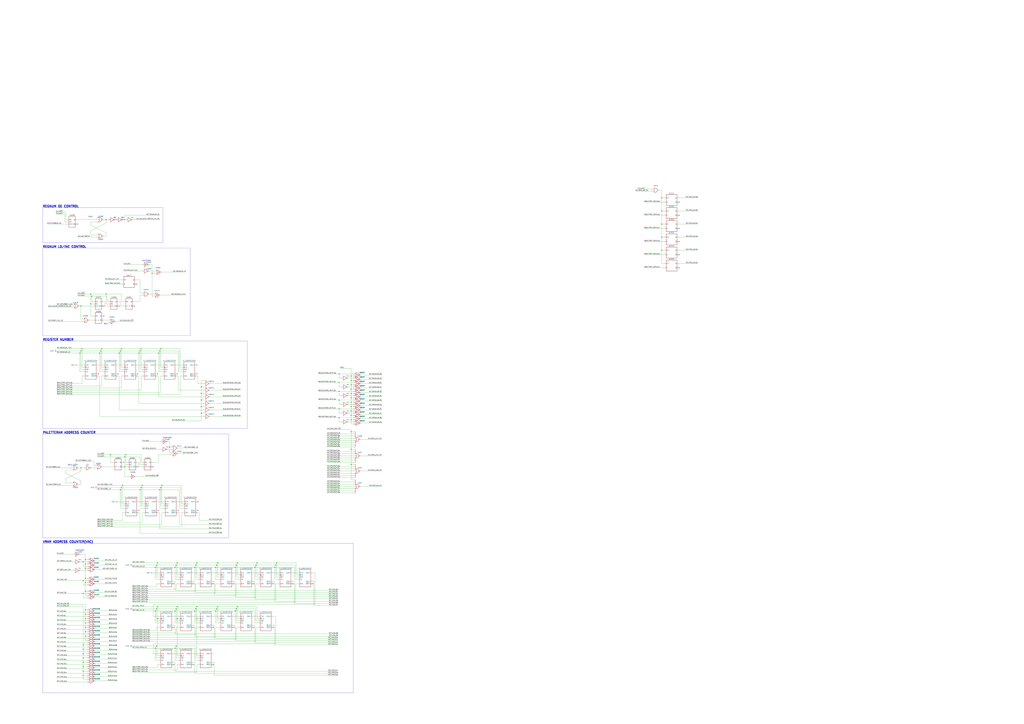
<source format=kicad_sch>
(kicad_sch (version 20230121) (generator eeschema)
  (paper "A0")
  (title_block (title "V9958") (date "2024-08-23") (rev "WIP") (company "IKA Microelectronics Inc."))
  (junction (at 99.06 713.74))
  (junction (at 273.05 709.93))
  (junction (at 252.73 654.05))
  (junction (at 768.35 245.11))
  (junction (at 318.77 659.13))
  (junction (at 393.7 454.66))
  (junction (at 295.91 659.13))
  (junction (at 407.67 472.44))
  (junction (at 407.67 521.97))
  (junction (at 181.61 707.39))
  (junction (at 275.59 704.85))
  (junction (at 144.78 255.27))
  (junction (at 93.98 543.56))
  (junction (at 99.06 655.32))
  (junction (at 96.52 652.78))
  (junction (at 233.68 472.44))
  (junction (at 96.52 769.62))
  (junction (at 393.7 434.34))
  (junction (at 205.74 704.85))
  (junction (at 407.67 467.36))
  (junction (at 252.73 704.85))
  (junction (at 297.18 656.59))
  (junction (at 298.45 654.05))
  (junction (at 407.67 501.65))
  (junction (at 140.97 405.13))
  (junction (at 144.78 530.86))
  (junction (at 95.25 405.13))
  (junction (at 118.11 405.13))
  (junction (at 123.19 341.63))
  (junction (at 163.83 566.42))
  (junction (at 233.68 449.58))
  (junction (at 203.2 753.11))
  (junction (at 181.61 750.57))
  (junction (at 321.31 654.05))
  (junction (at 250.19 709.93))
  (junction (at 203.2 659.13))
  (junction (at 96.52 689.61))
  (junction (at 205.74 654.05))
  (junction (at 176.53 317.5))
  (junction (at 161.29 410.21))
  (junction (at 407.67 487.68))
  (junction (at 181.61 656.59))
  (junction (at 99.06 734.06))
  (junction (at 138.43 410.21))
  (junction (at 105.41 341.63))
  (junction (at 407.67 436.88))
  (junction (at 407.67 457.2))
  (junction (at 123.19 255.27))
  (junction (at 99.06 687.07))
  (junction (at 105.41 353.06))
  (junction (at 768.35 260.35))
  (junction (at 99.06 671.83))
  (junction (at 99.06 718.82))
  (junction (at 182.88 654.05))
  (junction (at 186.69 566.42))
  (junction (at 96.52 749.3))
  (junction (at 233.68 464.82))
  (junction (at 768.35 229.87))
  (junction (at 99.06 728.98))
  (junction (at 407.67 539.75))
  (junction (at 92.71 410.21))
  (junction (at 274.32 656.59))
  (junction (at 393.7 485.14))
  (junction (at 184.15 410.21))
  (junction (at 165.1 563.88))
  (junction (at 140.97 566.42))
  (junction (at 393.7 444.5))
  (junction (at 320.04 656.59))
  (junction (at 250.19 659.13))
  (junction (at 96.52 774.7))
  (junction (at 142.24 563.88))
  (junction (at 768.35 275.59))
  (junction (at 93.98 407.67))
  (junction (at 227.33 656.59))
  (junction (at 128.27 528.32))
  (junction (at 226.06 709.93))
  (junction (at 205.74 718.82))
  (junction (at 115.57 410.21))
  (junction (at 274.32 707.39))
  (junction (at 407.67 462.28))
  (junction (at 99.06 676.91))
  (junction (at 146.05 528.32))
  (junction (at 180.34 753.11))
  (junction (at 144.78 542.29))
  (junction (at 99.06 660.4))
  (junction (at 204.47 750.57))
  (junction (at 180.34 709.93))
  (junction (at 96.52 764.54))
  (junction (at 393.7 474.98))
  (junction (at 162.56 568.96))
  (junction (at 186.69 405.13))
  (junction (at 228.6 704.85))
  (junction (at 96.52 779.78))
  (junction (at 162.56 407.67))
  (junction (at 204.47 656.59))
  (junction (at 96.52 754.38))
  (junction (at 99.06 708.66))
  (junction (at 96.52 759.46))
  (junction (at 116.84 407.67))
  (junction (at 99.06 723.9))
  (junction (at 182.88 704.85))
  (junction (at 204.47 707.39))
  (junction (at 273.05 659.13))
  (junction (at 227.33 707.39))
  (junction (at 233.68 457.2))
  (junction (at 187.96 563.88))
  (junction (at 93.98 355.6))
  (junction (at 139.7 568.96))
  (junction (at 96.52 674.37))
  (junction (at 251.46 656.59))
  (junction (at 768.35 290.83))
  (junction (at 182.88 718.82))
  (junction (at 407.67 452.12))
  (junction (at 106.68 344.17))
  (junction (at 226.06 659.13))
  (junction (at 393.7 464.82))
  (junction (at 180.34 659.13))
  (junction (at 275.59 654.05))
  (junction (at 139.7 407.67))
  (junction (at 228.6 654.05))
  (junction (at 228.6 718.82))
  (junction (at 96.52 784.86))
  (junction (at 99.06 739.14))
  (junction (at 196.85 519.43))
  (junction (at 407.67 441.96))
  (junction (at 185.42 407.67))
  (junction (at 251.46 707.39))
  (junction (at 233.68 480.06))
  (junction (at 407.67 447.04))
  (junction (at 163.83 405.13))
  (junction (at 185.42 568.96))
  (junction (at 203.2 709.93))
  (junction (at 407.67 482.6))
  (junction (at 407.67 477.52))
  (junction (at 99.06 650.24))
  (no_connect (at 788.67 265.43))
  (no_connect (at 201.93 772.16))
  (no_connect (at 228.6 434.34))
  (no_connect (at 271.78 678.18))
  (no_connect (at 788.67 234.95))
  (no_connect (at 788.67 311.15))
  (no_connect (at 788.67 295.91))
  (no_connect (at 120.65 367.03))
  (no_connect (at 138.43 355.6))
  (no_connect (at 228.6 424.18))
  (no_connect (at 201.93 728.98))
  (no_connect (at 788.67 280.67))
  (no_connect (at 160.02 434.34))
  (no_connect (at 229.87 582.93))
  (no_connect (at 224.79 772.16))
  (no_connect (at 205.74 434.34))
  (no_connect (at 182.88 434.34))
  (no_connect (at 317.5 678.18))
  (no_connect (at 224.79 728.98))
  (no_connect (at 294.64 678.18))
  (no_connect (at 271.78 728.98))
  (no_connect (at 114.3 434.34))
  (no_connect (at 247.65 728.98))
  (no_connect (at 158.75 330.2))
  (no_connect (at 247.65 772.16))
  (no_connect (at 177.8 542.29))
  (no_connect (at 788.67 250.19))
  (no_connect (at 207.01 593.09))
  (no_connect (at 247.65 678.18))
  (no_connect (at 143.51 537.21))
  (no_connect (at 120.65 355.6))
  (no_connect (at 156.21 355.6))
  (no_connect (at 363.22 678.18))
  (no_connect (at 294.64 728.98))
  (no_connect (at 160.02 542.29))
  (no_connect (at 340.36 678.18))
  (no_connect (at 201.93 678.18))
  (no_connect (at 224.79 678.18))
  (no_connect (at 137.16 434.34))
  (no_connect (at 184.15 593.09))
  (no_connect (at 90.17 260.35))
  (no_connect (at 317.5 728.98))
  (no_connect (at 229.87 593.09))
  (no_connect (at 161.29 593.09))
  (wire (pts (xy 138.43 476.25) (xy 236.22 476.25)))
  (wire (pts (xy 393.7 454.66) (xy 410.21 454.66)))
  (wire (pts (xy 101.6 657.86) (xy 96.52 657.86)))
  (wire (pts (xy 125.73 350.52) (xy 124.46 350.52)))
  (wire (pts (xy 768.35 245.11) (xy 770.89 245.11)))
  (wire (pts (xy 153.67 697.23) (xy 320.04 697.23)))
  (wire (pts (xy 163.83 405.13) (xy 163.83 426.72)))
  (wire (pts (xy 226.06 688.34) (xy 392.43 688.34)))
  (wire (pts (xy 184.15 461.01) (xy 184.15 436.88)))
  (wire (pts (xy 110.49 750.57) (xy 135.89 750.57)))
  (wire (pts (xy 227.33 656.59) (xy 227.33 670.56)))
  (wire (pts (xy 273.05 659.13) (xy 295.91 659.13)))
  (wire (pts (xy 182.88 762) (xy 184.15 762)))
  (wire (pts (xy 275.59 668.02) (xy 276.86 668.02)))
  (wire (pts (xy 99.06 739.14) (xy 101.6 739.14)))
  (wire (pts (xy 114.3 424.18) (xy 119.38 424.18)))
  (wire (pts (xy 254 728.98) (xy 250.19 728.98)))
  (wire (pts (xy 748.03 234.95) (xy 770.89 234.95)))
  (wire (pts (xy 128.27 537.21) (xy 128.27 528.32)))
  (wire (pts (xy 110.49 543.56) (xy 106.68 543.56)))
  (wire (pts (xy 187.96 426.72) (xy 186.69 426.72)))
  (wire (pts (xy 393.7 469.9) (xy 393.7 464.82)))
  (wire (pts (xy 110.49 755.65) (xy 135.89 755.65)))
  (wire (pts (xy 153.67 753.11) (xy 180.34 753.11)))
  (wire (pts (xy 138.43 436.88) (xy 137.16 436.88)))
  (wire (pts (xy 99.06 718.82) (xy 99.06 713.74)))
  (wire (pts (xy 134.62 373.38) (xy 154.94 373.38)))
  (wire (pts (xy 204.47 678.18) (xy 204.47 684.53)))
  (wire (pts (xy 295.91 659.13) (xy 295.91 673.1)))
  (wire (pts (xy 123.19 274.32) (xy 120.65 274.32)))
  (wire (pts (xy 203.2 736.6) (xy 392.43 736.6)))
  (wire (pts (xy 66.04 354.33) (xy 83.82 354.33)))
  (wire (pts (xy 99.06 728.98) (xy 99.06 723.9)))
  (wire (pts (xy 107.95 353.06) (xy 105.41 353.06)))
  (wire (pts (xy 66.04 407.67) (xy 93.98 407.67)))
  (wire (pts (xy 113.03 568.96) (xy 139.7 568.96)))
  (wire (pts (xy 419.1 466.09) (xy 443.23 466.09)))
  (wire (pts (xy 207.01 453.39) (xy 207.01 436.88)))
  (wire (pts (xy 66.04 746.76) (xy 101.6 746.76)))
  (wire (pts (xy 322.58 670.56) (xy 320.04 670.56)))
  (wire (pts (xy 66.04 448.31) (xy 118.11 448.31)))
  (wire (pts (xy 788.67 290.83) (xy 810.26 290.83)))
  (wire (pts (xy 181.61 728.98) (xy 181.61 732.79)))
  (wire (pts (xy 318.77 659.13) (xy 341.63 659.13)))
  (wire (pts (xy 317.5 716.28) (xy 320.04 716.28)))
  (wire (pts (xy 318.77 749.3) (xy 392.43 749.3)))
  (wire (pts (xy 321.31 668.02) (xy 321.31 654.05)))
  (wire (pts (xy 153.67 704.85) (xy 182.88 704.85)))
  (wire (pts (xy 140.97 350.52) (xy 140.97 341.63)))
  (wire (pts (xy 153.67 689.61) (xy 250.19 689.61)))
  (wire (pts (xy 208.28 609.6) (xy 208.28 595.63)))
  (wire (pts (xy 143.51 255.27) (xy 144.78 255.27)))
  (wire (pts (xy 147.32 539.75) (xy 144.78 539.75)))
  (wire (pts (xy 162.56 340.36) (xy 165.1 340.36)))
  (wire (pts (xy 66.04 751.84) (xy 101.6 751.84)))
  (wire (pts (xy 176.53 344.17) (xy 177.8 344.17)))
  (wire (pts (xy 66.04 455.93) (xy 186.69 455.93)))
  (wire (pts (xy 163.83 566.42) (xy 186.69 566.42)))
  (wire (pts (xy 379.73 547.37) (xy 410.21 547.37)))
  (wire (pts (xy 226.06 782.32) (xy 392.43 782.32)))
  (wire (pts (xy 340.36 665.48) (xy 345.44 665.48)))
  (wire (pts (xy 186.69 436.88) (xy 186.69 455.93)))
  (wire (pts (xy 252.73 718.82) (xy 254 718.82)))
  (wire (pts (xy 322.58 678.18) (xy 320.04 678.18)))
  (wire (pts (xy 180.34 709.93) (xy 180.34 723.9)))
  (wire (pts (xy 82.55 546.1) (xy 76.2 546.1)))
  (wire (pts (xy 66.04 652.78) (xy 85.09 652.78)))
  (wire (pts (xy 140.97 566.42) (xy 140.97 588.01)))
  (wire (pts (xy 393.7 480.06) (xy 393.7 474.98)))
  (wire (pts (xy 185.42 568.96) (xy 208.28 568.96)))
  (wire (pts (xy 153.67 778.51) (xy 205.74 778.51)))
  (wire (pts (xy 271.78 716.28) (xy 276.86 716.28)))
  (wire (pts (xy 96.52 657.86) (xy 96.52 652.78)))
  (wire (pts (xy 419.1 461.01) (xy 443.23 461.01)))
  (wire (pts (xy 233.68 464.82) (xy 236.22 464.82)))
  (wire (pts (xy 205.74 772.16) (xy 205.74 778.51)))
  (wire (pts (xy 419.1 565.15) (xy 443.23 565.15)))
  (wire (pts (xy 196.85 519.43) (xy 198.12 519.43)))
  (wire (pts (xy 407.67 467.36) (xy 410.21 467.36)))
  (wire (pts (xy 162.56 342.9) (xy 162.56 350.52)))
  (wire (pts (xy 379.73 529.59) (xy 410.21 529.59)))
  (wire (pts (xy 181.61 750.57) (xy 181.61 764.54)))
  (wire (pts (xy 407.67 447.04) (xy 407.67 452.12)))
  (wire (pts (xy 120.65 255.27) (xy 123.19 255.27)))
  (wire (pts (xy 187.96 563.88) (xy 187.96 585.47)))
  (wire (pts (xy 143.51 590.55) (xy 139.7 590.55)))
  (wire (pts (xy 252.73 654.05) (xy 275.59 654.05)))
  (wire (pts (xy 110.49 760.73) (xy 135.89 760.73)))
  (wire (pts (xy 105.41 261.62) (xy 123.19 270.51)))
  (wire (pts (xy 165.1 537.21) (xy 163.83 537.21)))
  (wire (pts (xy 345.44 673.1) (xy 341.63 673.1)))
  (wire (pts (xy 407.67 482.6) (xy 410.21 482.6)))
  (wire (pts (xy 407.67 457.2) (xy 410.21 457.2)))
  (wire (pts (xy 768.35 306.07) (xy 770.89 306.07)))
  (wire (pts (xy 184.15 728.98) (xy 181.61 728.98)))
  (wire (pts (xy 139.7 568.96) (xy 139.7 590.55)))
  (wire (pts (xy 318.77 726.44) (xy 318.77 749.3)))
  (wire (pts (xy 405.13 449.58) (xy 410.21 449.58)))
  (wire (pts (xy 153.67 737.87) (xy 227.33 737.87)))
  (wire (pts (xy 210.82 429.26) (xy 208.28 429.26)))
  (wire (pts (xy 184.15 436.88) (xy 182.88 436.88)))
  (wire (pts (xy 748.03 295.91) (xy 770.89 295.91)))
  (wire (pts (xy 227.33 728.98) (xy 227.33 737.87)))
  (wire (pts (xy 203.2 659.13) (xy 226.06 659.13)))
  (wire (pts (xy 181.61 656.59) (xy 181.61 670.56)))
  (wire (pts (xy 344.17 668.02) (xy 344.17 654.05)))
  (wire (pts (xy 184.15 410.21) (xy 184.15 431.8)))
  (wire (pts (xy 99.06 655.32) (xy 101.6 655.32)))
  (wire (pts (xy 105.41 257.81) (xy 105.41 261.62)))
  (wire (pts (xy 92.71 410.21) (xy 115.57 410.21)))
  (wire (pts (xy 99.06 744.22) (xy 101.6 744.22)))
  (wire (pts (xy 379.73 534.67) (xy 410.21 534.67)))
  (wire (pts (xy 105.41 341.63) (xy 123.19 341.63)))
  (wire (pts (xy 96.52 749.3) (xy 101.6 749.3)))
  (wire (pts (xy 379.73 532.13) (xy 410.21 532.13)))
  (wire (pts (xy 229.87 772.16) (xy 228.6 772.16)))
  (wire (pts (xy 788.67 245.11) (xy 810.26 245.11)))
  (wire (pts (xy 228.6 668.02) (xy 229.87 668.02)))
  (wire (pts (xy 393.7 459.74) (xy 393.7 454.66)))
  (wire (pts (xy 153.67 699.77) (xy 342.9 699.77)))
  (wire (pts (xy 273.05 709.93) (xy 273.05 723.9)))
  (wire (pts (xy 209.55 405.13) (xy 209.55 426.72)))
  (wire (pts (xy 93.98 562.61) (xy 91.44 562.61)))
  (wire (pts (xy 228.6 654.05) (xy 228.6 668.02)))
  (wire (pts (xy 379.73 570.23) (xy 410.21 570.23)))
  (wire (pts (xy 163.83 566.42) (xy 163.83 588.01)))
  (wire (pts (xy 250.19 728.98) (xy 250.19 740.41)))
  (wire (pts (xy 123.19 341.63) (xy 123.19 353.06)))
  (wire (pts (xy 369.57 444.5) (xy 393.7 444.5)))
  (wire (pts (xy 110.49 786.13) (xy 135.89 786.13)))
  (wire (pts (xy 379.73 524.51) (xy 410.21 524.51)))
  (wire (pts (xy 66.04 777.24) (xy 101.6 777.24)))
  (wire (pts (xy 229.87 723.9) (xy 226.06 723.9)))
  (wire (pts (xy 110.49 720.09) (xy 135.89 720.09)))
  (wire (pts (xy 165.1 513.08) (xy 186.69 513.08)))
  (wire (pts (xy 189.23 595.63) (xy 187.96 595.63)))
  (wire (pts (xy 229.87 728.98) (xy 227.33 728.98)))
  (wire (pts (xy 379.73 552.45) (xy 410.21 552.45)))
  (wire (pts (xy 226.06 659.13) (xy 250.19 659.13)))
  (wire (pts (xy 407.67 487.68) (xy 410.21 487.68)))
  (wire (pts (xy 96.52 789.94) (xy 101.6 789.94)))
  (wire (pts (xy 77.47 260.35) (xy 54.61 260.35)))
  (wire (pts (xy 66.04 721.36) (xy 101.6 721.36)))
  (wire (pts (xy 205.74 424.18) (xy 210.82 424.18)))
  (wire (pts (xy 142.24 563.88) (xy 165.1 563.88)))
  (wire (pts (xy 203.2 769.62) (xy 201.93 769.62)))
  (wire (pts (xy 99.06 734.06) (xy 101.6 734.06)))
  (wire (pts (xy 162.56 568.96) (xy 162.56 590.55)))
  (wire (pts (xy 74.93 248.92) (xy 74.93 257.81)))
  (wire (pts (xy 184.15 723.9) (xy 180.34 723.9)))
  (wire (pts (xy 182.88 718.82) (xy 182.88 704.85)))
  (wire (pts (xy 229.87 670.56) (xy 227.33 670.56)))
  (wire (pts (xy 419.1 440.69) (xy 443.23 440.69)))
  (wire (pts (xy 90.17 344.17) (xy 106.68 344.17)))
  (wire (pts (xy 298.45 668.02) (xy 298.45 654.05)))
  (wire (pts (xy 396.24 439.42) (xy 393.7 439.42)))
  (wire (pts (xy 379.73 509.27) (xy 410.21 509.27)))
  (wire (pts (xy 405.13 469.9) (xy 410.21 469.9)))
  (wire (pts (xy 66.04 674.37) (xy 96.52 674.37)))
  (wire (pts (xy 118.11 405.13) (xy 140.97 405.13)))
  (wire (pts (xy 82.55 561.34) (xy 76.2 561.34)))
  (wire (pts (xy 320.04 656.59) (xy 342.9 656.59)))
  (wire (pts (xy 162.56 407.67) (xy 162.56 429.26)))
  (wire (pts (xy 186.69 566.42) (xy 186.69 588.01)))
  (wire (pts (xy 227.33 707.39) (xy 251.46 707.39)))
  (wire (pts (xy 66.04 772.16) (xy 101.6 772.16)))
  (wire (pts (xy 185.42 595.63) (xy 185.42 614.68)))
  (wire (pts (xy 182.88 718.82) (xy 182.88 762)))
  (wire (pts (xy 186.69 405.13) (xy 186.69 426.72)))
  (wire (pts (xy 203.2 779.78) (xy 392.43 779.78)))
  (wire (pts (xy 297.18 728.98) (xy 297.18 745.49)))
  (wire (pts (xy 110.49 735.33) (xy 135.89 735.33)))
  (wire (pts (xy 163.83 436.88) (xy 163.83 453.39)))
  (wire (pts (xy 379.73 572.77) (xy 410.21 572.77)))
  (wire (pts (xy 105.41 341.63) (xy 105.41 353.06)))
  (wire (pts (xy 227.33 656.59) (xy 251.46 656.59)))
  (wire (pts (xy 119.38 429.26) (xy 116.84 429.26)))
  (wire (pts (xy 139.7 350.52) (xy 139.7 355.6)))
  (wire (pts (xy 146.05 528.32) (xy 146.05 537.21)))
  (wire (pts (xy 393.7 434.34) (xy 410.21 434.34)))
  (wire (pts (xy 96.52 754.38) (xy 96.52 749.3)))
  (wire (pts (xy 99.06 660.4) (xy 101.6 660.4)))
  (wire (pts (xy 207.01 527.05) (xy 229.87 527.05)))
  (wire (pts (xy 299.72 728.98) (xy 297.18 728.98)))
  (wire (pts (xy 419.1 486.41) (xy 443.23 486.41)))
  (wire (pts (xy 205.74 704.85) (xy 228.6 704.85)))
  (wire (pts (xy 107.95 350.52) (xy 106.68 350.52)))
  (wire (pts (xy 740.41 219.71) (xy 756.92 219.71)))
  (wire (pts (xy 248.92 726.44) (xy 248.92 741.68)))
  (wire (pts (xy 96.52 769.62) (xy 101.6 769.62)))
  (wire (pts (xy 379.73 562.61) (xy 410.21 562.61)))
  (wire (pts (xy 419.1 471.17) (xy 443.23 471.17)))
  (wire (pts (xy 187.96 316.23) (xy 215.9 316.23)))
  (wire (pts (xy 111.76 273.05) (xy 105.41 273.05)))
  (wire (pts (xy 251.46 707.39) (xy 274.32 707.39)))
  (wire (pts (xy 318.77 726.44) (xy 317.5 726.44)))
  (wire (pts (xy 245.11 453.39) (xy 279.4 453.39)))
  (wire (pts (xy 299.72 721.36) (xy 297.18 721.36)))
  (wire (pts (xy 407.67 462.28) (xy 407.67 457.2)))
  (wire (pts (xy 295.91 746.76) (xy 392.43 746.76)))
  (wire (pts (xy 158.75 325.12) (xy 162.56 325.12)))
  (wire (pts (xy 113.03 604.52) (xy 142.24 604.52)))
  (wire (pts (xy 121.92 355.6) (xy 125.73 355.6)))
  (wire (pts (xy 203.2 769.62) (xy 203.2 779.78)))
  (wire (pts (xy 165.1 563.88) (xy 187.96 563.88)))
  (wire (pts (xy 207.01 767.08) (xy 203.2 767.08)))
  (wire (pts (xy 207.01 721.36) (xy 204.47 721.36)))
  (wire (pts (xy 165.1 595.63) (xy 165.1 607.06)))
  (wire (pts (xy 788.67 229.87) (xy 810.26 229.87)))
  (wire (pts (xy 768.35 275.59) (xy 768.35 290.83)))
  (wire (pts (xy 186.69 405.13) (xy 209.55 405.13)))
  (wire (pts (xy 236.22 445.77) (xy 229.87 445.77)))
  (wire (pts (xy 66.04 782.32) (xy 101.6 782.32)))
  (wire (pts (xy 140.97 436.88) (xy 140.97 450.85)))
  (wire (pts (xy 295.91 659.13) (xy 318.77 659.13)))
  (wire (pts (xy 276.86 670.56) (xy 274.32 670.56)))
  (wire (pts (xy 120.65 350.52) (xy 121.92 350.52)))
  (wire (pts (xy 110.49 765.81) (xy 135.89 765.81)))
  (wire (pts (xy 66.04 689.61) (xy 96.52 689.61)))
  (wire (pts (xy 77.47 257.81) (xy 74.93 257.81)))
  (wire (pts (xy 203.2 726.44) (xy 201.93 726.44)))
  (wire (pts (xy 184.15 670.56) (xy 181.61 670.56)))
  (wire (pts (xy 396.24 480.06) (xy 393.7 480.06)))
  (wire (pts (xy 110.49 661.67) (xy 135.89 661.67)))
  (wire (pts (xy 345.44 670.56) (xy 342.9 670.56)))
  (wire (pts (xy 396.24 469.9) (xy 393.7 469.9)))
  (wire (pts (xy 180.34 659.13) (xy 203.2 659.13)))
  (wire (pts (xy 144.78 542.29) (xy 147.32 542.29)))
  (wire (pts (xy 165.1 436.88) (xy 163.83 436.88)))
  (wire (pts (xy 407.67 462.28) (xy 407.67 467.36)))
  (wire (pts (xy 407.67 441.96) (xy 407.67 447.04)))
  (wire (pts (xy 96.52 764.54) (xy 96.52 759.46)))
  (wire (pts (xy 139.7 355.6) (xy 143.51 355.6)))
  (wire (pts (xy 226.06 709.93) (xy 250.19 709.93)))
  (wire (pts (xy 274.32 728.98) (xy 274.32 742.95)))
  (wire (pts (xy 123.19 255.27) (xy 123.19 259.08)))
  (wire (pts (xy 153.67 694.69) (xy 297.18 694.69)))
  (wire (pts (xy 393.7 485.14) (xy 410.21 485.14)))
  (wire (pts (xy 341.63 675.64) (xy 340.36 675.64)))
  (wire (pts (xy 407.67 441.96) (xy 410.21 441.96)))
  (wire (pts (xy 137.16 424.18) (xy 142.24 424.18)))
  (wire (pts (xy 99.06 739.14) (xy 99.06 734.06)))
  (wire (pts (xy 101.6 692.15) (xy 99.06 692.15)))
  (wire (pts (xy 226.06 726.44) (xy 224.79 726.44)))
  (wire (pts (xy 226.06 753.11) (xy 226.06 767.08)))
  (wire (pts (xy 233.68 449.58) (xy 233.68 457.2)))
  (wire (pts (xy 181.61 678.18) (xy 181.61 681.99)))
  (wire (pts (xy 176.53 317.5) (xy 179.07 317.5)))
  (wire (pts (xy 144.78 250.19) (xy 185.42 250.19)))
  (wire (pts (xy 208.28 568.96) (xy 208.28 590.55)))
  (wire (pts (xy 119.38 426.72) (xy 118.11 426.72)))
  (wire (pts (xy 142.24 426.72) (xy 140.97 426.72)))
  (wire (pts (xy 407.67 472.44) (xy 410.21 472.44)))
  (wire (pts (xy 66.04 726.44) (xy 101.6 726.44)))
  (wire (pts (xy 342.9 656.59) (xy 342.9 670.56)))
  (wire (pts (xy 765.81 220.98) (xy 768.35 220.98)))
  (wire (pts (xy 181.61 707.39) (xy 204.47 707.39)))
  (wire (pts (xy 165.1 431.8) (xy 161.29 431.8)))
  (wire (pts (xy 153.67 656.59) (xy 181.61 656.59)))
  (wire (pts (xy 274.32 707.39) (xy 297.18 707.39)))
  (wire (pts (xy 228.6 704.85) (xy 252.73 704.85)))
  (wire (pts (xy 294.64 716.28) (xy 299.72 716.28)))
  (wire (pts (xy 295.91 675.64) (xy 294.64 675.64)))
  (wire (pts (xy 113.03 607.06) (xy 165.1 607.06)))
  (wire (pts (xy 111.76 257.81) (xy 105.41 257.81)))
  (wire (pts (xy 66.04 445.77) (xy 95.25 445.77)))
  (wire (pts (xy 407.67 452.12) (xy 407.67 457.2)))
  (wire (pts (xy 161.29 542.29) (xy 165.1 542.29)))
  (wire (pts (xy 160.02 537.21) (xy 161.29 537.21)))
  (wire (pts (xy 233.68 480.06) (xy 233.68 488.95)))
  (wire (pts (xy 90.17 341.63) (xy 105.41 341.63)))
  (wire (pts (xy 96.52 769.62) (xy 96.52 764.54)))
  (wire (pts (xy 66.04 731.52) (xy 101.6 731.52)))
  (wire (pts (xy 363.22 665.48) (xy 365.76 665.48)))
  (wire (pts (xy 205.74 654.05) (xy 228.6 654.05)))
  (wire (pts (xy 233.68 472.44) (xy 236.22 472.44)))
  (wire (pts (xy 182.88 654.05) (xy 205.74 654.05)))
  (wire (pts (xy 379.73 537.21) (xy 410.21 537.21)))
  (wire (pts (xy 184.15 537.21) (xy 177.8 537.21)))
  (wire (pts (xy 379.73 544.83) (xy 410.21 544.83)))
  (wire (pts (xy 139.7 407.67) (xy 139.7 429.26)))
  (wire (pts (xy 396.24 449.58) (xy 393.7 449.58)))
  (wire (pts (xy 205.74 718.82) (xy 205.74 762)))
  (wire (pts (xy 254 721.36) (xy 251.46 721.36)))
  (wire (pts (xy 161.29 410.21) (xy 184.15 410.21)))
  (wire (pts (xy 768.35 245.11) (xy 768.35 260.35)))
  (wire (pts (xy 93.98 407.67) (xy 116.84 407.67)))
  (wire (pts (xy 419.1 491.49) (xy 443.23 491.49)))
  (wire (pts (xy 273.05 675.64) (xy 273.05 693.42)))
  (wire (pts (xy 140.97 325.12) (xy 121.92 325.12)))
  (wire (pts (xy 407.67 441.96) (xy 407.67 436.88)))
  (wire (pts (xy 184.15 721.36) (xy 181.61 721.36)))
  (wire (pts (xy 257.81 614.68) (xy 185.42 614.68)))
  (wire (pts (xy 177.8 759.46) (xy 177.8 748.03)))
  (wire (pts (xy 143.51 588.01) (xy 140.97 588.01)))
  (wire (pts (xy 204.47 656.59) (xy 204.47 670.56)))
  (wire (pts (xy 252.73 668.02) (xy 254 668.02)))
  (wire (pts (xy 166.37 585.47) (xy 165.1 585.47)))
  (wire (pts (xy 228.6 762) (xy 229.87 762)))
  (wire (pts (xy 251.46 656.59) (xy 274.32 656.59)))
  (wire (pts (xy 748.03 311.15) (xy 770.89 311.15)))
  (wire (pts (xy 317.5 665.48) (xy 322.58 665.48)))
  (wire (pts (xy 768.35 290.83) (xy 768.35 306.07)))
  (wire (pts (xy 379.73 499.11) (xy 407.67 499.11)))
  (wire (pts (xy 76.2 246.38) (xy 76.2 255.27)))
  (wire (pts (xy 119.38 431.8) (xy 115.57 431.8)))
  (wire (pts (xy 299.72 670.56) (xy 297.18 670.56)))
  (wire (pts (xy 101.6 687.07) (xy 99.06 687.07)))
  (wire (pts (xy 248.92 675.64) (xy 248.92 690.88)))
  (wire (pts (xy 110.49 709.93) (xy 135.89 709.93)))
  (wire (pts (xy 66.04 410.21) (xy 92.71 410.21)))
  (wire (pts (xy 407.67 521.97) (xy 407.67 539.75)))
  (wire (pts (xy 297.18 656.59) (xy 320.04 656.59)))
  (wire (pts (xy 187.96 436.88) (xy 186.69 436.88)))
  (wire (pts (xy 298.45 718.82) (xy 298.45 704.85)))
  (wire (pts (xy 203.2 753.11) (xy 203.2 767.08)))
  (wire (pts (xy 110.49 791.21) (xy 135.89 791.21)))
  (wire (pts (xy 182.88 772.16) (xy 182.88 775.97)))
  (wire (pts (xy 198.12 528.32) (xy 184.15 528.32)))
  (wire (pts (xy 369.57 454.66) (xy 393.7 454.66)))
  (wire (pts (xy 250.19 709.93) (xy 250.19 723.9)))
  (wire (pts (xy 93.98 558.8) (xy 93.98 562.61)))
  (wire (pts (xy 115.57 410.21) (xy 115.57 431.8)))
  (wire (pts (xy 379.73 519.43) (xy 410.21 519.43)))
  (wire (pts (xy 76.2 549.91) (xy 93.98 558.8)))
  (wire (pts (xy 196.85 525.78) (xy 196.85 519.43)))
  (wire (pts (xy 185.42 568.96) (xy 185.42 590.55)))
  (wire (pts (xy 748.03 265.43) (xy 770.89 265.43)))
  (wire (pts (xy 177.8 716.28) (xy 184.15 716.28)))
  (wire (pts (xy 204.47 656.59) (xy 227.33 656.59)))
  (wire (pts (xy 208.28 609.6) (xy 257.81 609.6)))
  (wire (pts (xy 189.23 590.55) (xy 185.42 590.55)))
  (wire (pts (xy 162.56 595.63) (xy 161.29 595.63)))
  (wire (pts (xy 105.41 267.97) (xy 105.41 273.05)))
  (wire (pts (xy 203.2 753.11) (xy 226.06 753.11)))
  (wire (pts (xy 210.82 595.63) (xy 210.82 612.14)))
  (wire (pts (xy 166.37 595.63) (xy 165.1 595.63)))
  (wire (pts (xy 233.68 480.06) (xy 236.22 480.06)))
  (wire (pts (xy 407.67 436.88) (xy 407.67 427.99)))
  (wire (pts (xy 153.67 745.49) (xy 297.18 745.49)))
  (wire (pts (xy 341.63 701.04) (xy 392.43 701.04)))
  (wire (pts (xy 137.16 582.93) (xy 143.51 582.93)))
  (wire (pts (xy 184.15 764.54) (xy 181.61 764.54)))
  (wire (pts (xy 96.52 789.94) (xy 96.52 784.86)))
  (wire (pts (xy 66.04 736.6) (xy 101.6 736.6)))
  (wire (pts (xy 138.43 350.52) (xy 139.7 350.52)))
  (wire (pts (xy 271.78 665.48) (xy 276.86 665.48)))
  (wire (pts (xy 768.35 229.87) (xy 770.89 229.87)))
  (wire (pts (xy 113.03 566.42) (xy 140.97 566.42)))
  (wire (pts (xy 250.19 678.18) (xy 250.19 689.61)))
  (wire (pts (xy 161.29 468.63) (xy 161.29 436.88)))
  (wire (pts (xy 396.24 490.22) (xy 393.7 490.22)))
  (wire (pts (xy 245.11 476.25) (xy 279.4 476.25)))
  (wire (pts (xy 95.25 373.38) (xy 55.88 373.38)))
  (wire (pts (xy 379.73 516.89) (xy 410.21 516.89)))
  (wire (pts (xy 125.73 353.06) (xy 123.19 353.06)))
  (wire (pts (xy 181.61 707.39) (xy 181.61 721.36)))
  (wire (pts (xy 226.06 769.62) (xy 224.79 769.62)))
  (wire (pts (xy 153.67 707.39) (xy 181.61 707.39)))
  (wire (pts (xy 318.77 698.5) (xy 392.43 698.5)))
  (wire (pts (xy 109.22 541.02) (xy 110.49 541.02)))
  (wire (pts (xy 110.49 740.41) (xy 135.89 740.41)))
  (wire (pts (xy 252.73 704.85) (xy 275.59 704.85)))
  (wire (pts (xy 153.67 684.53) (xy 204.47 684.53)))
  (wire (pts (xy 207.01 582.93) (xy 212.09 582.93)))
  (wire (pts (xy 297.18 656.59) (xy 297.18 670.56)))
  (wire (pts (xy 96.52 674.37) (xy 96.52 679.45)))
  (wire (pts (xy 96.52 652.78) (xy 101.6 652.78)))
  (wire (pts (xy 95.25 405.13) (xy 95.25 426.72)))
  (wire (pts (xy 121.92 330.2) (xy 140.97 330.2)))
  (wire (pts (xy 185.42 407.67) (xy 208.28 407.67)))
  (wire (pts (xy 166.37 590.55) (xy 162.56 590.55)))
  (wire (pts (xy 788.67 260.35) (xy 810.26 260.35)))
  (wire (pts (xy 768.35 260.35) (xy 768.35 275.59)))
  (wire (pts (xy 228.6 718.82) (xy 228.6 704.85)))
  (wire (pts (xy 184.15 673.1) (xy 180.34 673.1)))
  (wire (pts (xy 226.06 726.44) (xy 226.06 739.14)))
  (wire (pts (xy 407.67 452.12) (xy 410.21 452.12)))
  (wire (pts (xy 153.67 709.93) (xy 180.34 709.93)))
  (wire (pts (xy 204.47 728.98) (xy 204.47 735.33)))
  (wire (pts (xy 153.67 687.07) (xy 227.33 687.07)))
  (wire (pts (xy 123.19 255.27) (xy 125.73 255.27)))
  (wire (pts (xy 187.96 429.26) (xy 185.42 429.26)))
  (wire (pts (xy 203.2 685.8) (xy 392.43 685.8)))
  (wire (pts (xy 231.14 604.52) (xy 257.81 604.52)))
  (wire (pts (xy 76.2 556.26) (xy 76.2 561.34)))
  (wire (pts (xy 379.73 567.69) (xy 410.21 567.69)))
  (wire (pts (xy 365.76 665.48) (xy 365.76 702.31)))
  (wire (pts (xy 77.47 255.27) (xy 76.2 255.27)))
  (wire (pts (xy 143.51 314.96) (xy 165.1 314.96)))
  (wire (pts (xy 273.05 693.42) (xy 392.43 693.42)))
  (wire (pts (xy 116.84 407.67) (xy 116.84 429.26)))
  (wire (pts (xy 96.52 774.7) (xy 101.6 774.7)))
  (wire (pts (xy 128.27 537.21) (xy 130.81 537.21)))
  (wire (pts (xy 66.04 716.28) (xy 101.6 716.28)))
  (wire (pts (xy 396.24 459.74) (xy 393.7 459.74)))
  (wire (pts (xy 66.04 450.85) (xy 140.97 450.85)))
  (wire (pts (xy 99.06 650.24) (xy 99.06 655.32)))
  (wire (pts (xy 379.73 504.19) (xy 410.21 504.19)))
  (wire (pts (xy 181.61 750.57) (xy 204.47 750.57)))
  (wire (pts (xy 209.55 566.42) (xy 209.55 588.01)))
  (wire (pts (xy 204.47 707.39) (xy 204.47 721.36)))
  (wire (pts (xy 96.52 431.8) (xy 92.71 431.8)))
  (wire (pts (xy 379.73 511.81) (xy 410.21 511.81)))
  (wire (pts (xy 96.52 774.7) (xy 96.52 769.62)))
  (wire (pts (xy 142.24 431.8) (xy 138.43 431.8)))
  (wire (pts (xy 144.78 530.86) (xy 144.78 539.75)))
  (wire (pts (xy 90.17 424.18) (xy 96.52 424.18)))
  (wire (pts (xy 123.19 341.63) (xy 140.97 341.63)))
  (wire (pts (xy 207.01 436.88) (xy 205.74 436.88)))
  (wire (pts (xy 295.91 726.44) (xy 294.64 726.44)))
  (wire (pts (xy 419.1 455.93) (xy 443.23 455.93)))
  (wire (pts (xy 226.06 739.14) (xy 392.43 739.14)))
  (wire (pts (xy 53.34 563.88) (xy 82.55 563.88)))
  (wire (pts (xy 182.88 668.02) (xy 184.15 668.02)))
  (wire (pts (xy 66.04 792.48) (xy 101.6 792.48)))
  (wire (pts (xy 110.49 725.17) (xy 135.89 725.17)))
  (wire (pts (xy 226.06 659.13) (xy 226.06 673.1)))
  (wire (pts (xy 393.7 444.5) (xy 410.21 444.5)))
  (wire (pts (xy 393.7 490.22) (xy 393.7 485.14)))
  (wire (pts (xy 163.83 405.13) (xy 186.69 405.13)))
  (wire (pts (xy 254 673.1) (xy 250.19 673.1)))
  (wire (pts (xy 138.43 410.21) (xy 138.43 431.8)))
  (wire (pts (xy 153.67 732.79) (xy 181.61 732.79)))
  (wire (pts (xy 166.37 588.01) (xy 163.83 588.01)))
  (wire (pts (xy 101.6 676.91) (xy 99.06 676.91)))
  (wire (pts (xy 99.06 744.22) (xy 99.06 739.14)))
  (wire (pts (xy 405.13 439.42) (xy 410.21 439.42)))
  (wire (pts (xy 226.06 709.93) (xy 226.06 723.9)))
  (wire (pts (xy 96.52 779.78) (xy 101.6 779.78)))
  (wire (pts (xy 128.27 528.32) (xy 146.05 528.32)))
  (wire (pts (xy 66.04 704.85) (xy 96.52 704.85)))
  (wire (pts (xy 173.99 307.34) (xy 176.53 307.34)))
  (wire (pts (xy 227.33 678.18) (xy 227.33 687.07)))
  (wire (pts (xy 203.2 675.64) (xy 201.93 675.64)))
  (wire (pts (xy 93.98 407.67) (xy 93.98 429.26)))
  (wire (pts (xy 162.56 595.63) (xy 162.56 619.76)))
  (wire (pts (xy 101.6 689.61) (xy 96.52 689.61)))
  (wire (pts (xy 143.51 542.29) (xy 144.78 542.29)))
  (wire (pts (xy 273.05 659.13) (xy 273.05 673.1)))
  (wire (pts (xy 369.57 464.82) (xy 393.7 464.82)))
  (wire (pts (xy 66.04 453.39) (xy 163.83 453.39)))
  (wire (pts (xy 96.52 749.3) (xy 96.52 704.85)))
  (wire (pts (xy 203.2 659.13) (xy 203.2 673.1)))
  (wire (pts (xy 93.98 370.84) (xy 93.98 355.6)))
  (wire (pts (xy 165.1 521.97) (xy 186.69 521.97)))
  (wire (pts (xy 245.11 468.63) (xy 279.4 468.63)))
  (wire (pts (xy 224.79 716.28) (xy 229.87 716.28)))
  (wire (pts (xy 297.18 678.18) (xy 297.18 694.69)))
  (wire (pts (xy 318.77 659.13) (xy 318.77 673.1)))
  (wire (pts (xy 248.92 769.62) (xy 247.65 769.62)))
  (wire (pts (xy 106.68 344.17) (xy 106.68 350.52)))
  (wire (pts (xy 245.11 461.01) (xy 279.4 461.01)))
  (wire (pts (xy 208.28 407.67) (xy 208.28 429.26)))
  (wire (pts (xy 95.25 370.84) (xy 93.98 370.84)))
  (wire (pts (xy 228.6 654.05) (xy 252.73 654.05)))
  (wire (pts (xy 233.68 449.58) (xy 233.68 441.96)))
  (wire (pts (xy 140.97 350.52) (xy 143.51 350.52)))
  (wire (pts (xy 274.32 678.18) (xy 274.32 692.15)))
  (wire (pts (xy 210.82 426.72) (xy 209.55 426.72)))
  (wire (pts (xy 318.77 675.64) (xy 317.5 675.64)))
  (wire (pts (xy 768.35 260.35) (xy 770.89 260.35)))
  (wire (pts (xy 419.1 435.61) (xy 443.23 435.61)))
  (wire (pts (xy 205.74 718.82) (xy 207.01 718.82)))
  (wire (pts (xy 298.45 718.82) (xy 299.72 718.82)))
  (wire (pts (xy 66.04 711.2) (xy 101.6 711.2)))
  (wire (pts (xy 768.35 275.59) (xy 770.89 275.59)))
  (wire (pts (xy 247.65 665.48) (xy 254 665.48)))
  (wire (pts (xy 154.94 255.27) (xy 185.42 255.27)))
  (wire (pts (xy 210.82 431.8) (xy 207.01 431.8)))
  (wire (pts (xy 379.73 560.07) (xy 410.21 560.07)))
  (wire (pts (xy 254 723.9) (xy 250.19 723.9)))
  (wire (pts (xy 204.47 707.39) (xy 227.33 707.39)))
  (wire (pts (xy 101.6 674.37) (xy 96.52 674.37)))
  (wire (pts (xy 149.86 553.72) (xy 144.78 553.72)))
  (wire (pts (xy 92.71 355.6) (xy 93.98 355.6)))
  (wire (pts (xy 228.6 718.82) (xy 228.6 762)))
  (wire (pts (xy 180.34 753.11) (xy 180.34 767.08)))
  (wire (pts (xy 113.03 612.14) (xy 210.82 612.14)))
  (wire (pts (xy 138.43 436.88) (xy 138.43 476.25)))
  (wire (pts (xy 99.06 718.82) (xy 101.6 718.82)))
  (wire (pts (xy 276.86 721.36) (xy 274.32 721.36)))
  (wire (pts (xy 66.04 643.89) (xy 85.09 643.89)))
  (wire (pts (xy 379.73 514.35) (xy 410.21 514.35)))
  (wire (pts (xy 139.7 568.96) (xy 162.56 568.96)))
  (wire (pts (xy 165.1 426.72) (xy 163.83 426.72)))
  (wire (pts (xy 229.87 436.88) (xy 229.87 445.77)))
  (wire (pts (xy 419.1 476.25) (xy 443.23 476.25)))
  (wire (pts (xy 64.77 248.92) (xy 74.93 248.92)))
  (wire (pts (xy 379.73 506.73) (xy 410.21 506.73)))
  (wire (pts (xy 379.73 565.15) (xy 410.21 565.15)))
  (wire (pts (xy 113.03 528.32) (xy 128.27 528.32)))
  (wire (pts (xy 275.59 704.85) (xy 298.45 704.85)))
  (wire (pts (xy 748.03 280.67) (xy 770.89 280.67)))
  (wire (pts (xy 245.11 445.77) (xy 279.4 445.77)))
  (wire (pts (xy 177.8 759.46) (xy 184.15 759.46)))
  (wire (pts (xy 208.28 595.63) (xy 207.01 595.63)))
  (wire (pts (xy 165.1 539.75) (xy 162.56 539.75)))
  (wire (pts (xy 184.15 767.08) (xy 180.34 767.08)))
  (wire (pts (xy 116.84 407.67) (xy 139.7 407.67)))
  (wire (pts (xy 85.09 662.94) (xy 66.04 662.94)))
  (wire (pts (xy 298.45 668.02) (xy 299.72 668.02)))
  (wire (pts (xy 248.92 741.68) (xy 392.43 741.68)))
  (wire (pts (xy 176.53 307.34) (xy 176.53 317.5)))
  (wire (pts (xy 233.68 472.44) (xy 233.68 480.06)))
  (wire (pts (xy 228.6 781.05) (xy 228.6 772.16)))
  (wire (pts (xy 212.09 585.47) (xy 210.82 585.47)))
  (wire (pts (xy 297.18 707.39) (xy 297.18 721.36)))
  (wire (pts (xy 207.01 764.54) (xy 204.47 764.54)))
  (wire (pts (xy 407.67 539.75) (xy 410.21 539.75)))
  (wire (pts (xy 99.06 692.15) (xy 99.06 687.07)))
  (wire (pts (xy 182.88 704.85) (xy 205.74 704.85)))
  (wire (pts (xy 99.06 676.91) (xy 99.06 671.83)))
  (wire (pts (xy 257.81 619.76) (xy 162.56 619.76)))
  (wire (pts (xy 207.01 520.7) (xy 229.87 520.7)))
  (wire (pts (xy 212.09 588.01) (xy 209.55 588.01)))
  (wire (pts (xy 250.19 709.93) (xy 273.05 709.93)))
  (wire (pts (xy 233.68 457.2) (xy 236.22 457.2)))
  (wire (pts (xy 64.77 246.38) (xy 76.2 246.38)))
  (wire (pts (xy 180.34 753.11) (xy 203.2 753.11)))
  (wire (pts (xy 748.03 250.19) (xy 770.89 250.19)))
  (wire (pts (xy 419.1 450.85) (xy 443.23 450.85)))
  (wire (pts (xy 161.29 582.93) (xy 166.37 582.93)))
  (wire (pts (xy 207.01 772.16) (xy 205.74 772.16)))
  (wire (pts (xy 407.67 492.76) (xy 410.21 492.76)))
  (wire (pts (xy 248.92 769.62) (xy 248.92 784.86)))
  (wire (pts (xy 379.73 527.05) (xy 410.21 527.05)))
  (wire (pts (xy 394.97 427.99) (xy 407.67 427.99)))
  (wire (pts (xy 210.82 563.88) (xy 210.82 585.47)))
  (wire (pts (xy 248.92 726.44) (xy 247.65 726.44)))
  (wire (pts (xy 160.02 424.18) (xy 165.1 424.18)))
  (wire (pts (xy 419.1 547.37) (xy 443.23 547.37)))
  (wire (pts (xy 369.57 485.14) (xy 393.7 485.14)))
  (wire (pts (xy 96.52 689.61) (xy 96.52 694.69)))
  (wire (pts (xy 110.49 730.25) (xy 135.89 730.25)))
  (wire (pts (xy 344.17 668.02) (xy 345.44 668.02)))
  (wire (pts (xy 229.87 673.1) (xy 226.06 673.1)))
  (wire (pts (xy 737.87 222.25) (xy 756.92 222.25)))
  (wire (pts (xy 144.78 553.72) (xy 144.78 542.29)))
  (wire (pts (xy 321.31 668.02) (xy 322.58 668.02)))
  (wire (pts (xy 199.39 488.95) (xy 233.68 488.95)))
  (wire (pts (xy 123.19 270.51) (xy 123.19 274.32)))
  (wire (pts (xy 109.22 535.94) (xy 109.22 541.02)))
  (wire (pts (xy 322.58 673.1) (xy 318.77 673.1)))
  (wire (pts (xy 99.06 671.83) (xy 99.06 660.4)))
  (wire (pts (xy 393.7 464.82) (xy 410.21 464.82)))
  (wire (pts (xy 142.24 429.26) (xy 139.7 429.26)))
  (wire (pts (xy 76.2 556.26) (xy 93.98 547.37)))
  (wire (pts (xy 407.67 539.75) (xy 407.67 557.53)))
  (wire (pts (xy 407.67 447.04) (xy 410.21 447.04)))
  (wire (pts (xy 99.06 734.06) (xy 99.06 728.98)))
  (wire (pts (xy 342.9 678.18) (xy 342.9 699.77)))
  (wire (pts (xy 419.1 445.77) (xy 443.23 445.77)))
  (wire (pts (xy 96.52 429.26) (xy 93.98 429.26)))
  (wire (pts (xy 95.25 436.88) (xy 95.25 445.77)))
  (wire (pts (xy 99.06 650.24) (xy 101.6 650.24)))
  (wire (pts (xy 273.05 744.22) (xy 392.43 744.22)))
  (wire (pts (xy 110.49 781.05) (xy 135.89 781.05)))
  (wire (pts (xy 96.52 694.69) (xy 101.6 694.69)))
  (wire (pts (xy 106.68 344.17) (xy 124.46 344.17)))
  (wire (pts (xy 93.98 543.56) (xy 93.98 547.37)))
  (wire (pts (xy 184.15 772.16) (xy 182.88 772.16)))
  (wire (pts (xy 153.67 681.99) (xy 181.61 681.99)))
  (wire (pts (xy 182.88 424.18) (xy 187.96 424.18)))
  (wire (pts (xy 107.95 367.03) (xy 105.41 367.03)))
  (wire (pts (xy 99.06 723.9) (xy 101.6 723.9)))
  (wire (pts (xy 96.52 784.86) (xy 101.6 784.86)))
  (wire (pts (xy 161.29 537.21) (xy 161.29 542.29)))
  (wire (pts (xy 138.43 410.21) (xy 161.29 410.21)))
  (wire (pts (xy 276.86 673.1) (xy 273.05 673.1)))
  (wire (pts (xy 295.91 675.64) (xy 295.91 695.96)))
  (wire (pts (xy 118.11 405.13) (xy 118.11 426.72)))
  (wire (pts (xy 161.29 436.88) (xy 160.02 436.88)))
  (wire (pts (xy 99.06 655.32) (xy 99.06 660.4)))
  (wire (pts (xy 207.01 728.98) (xy 204.47 728.98)))
  (wire (pts (xy 229.87 678.18) (xy 227.33 678.18)))
  (wire (pts (xy 96.52 679.45) (xy 101.6 679.45)))
  (wire (pts (xy 91.44 543.56) (xy 93.98 543.56)))
  (wire (pts (xy 162.56 407.67) (xy 185.42 407.67)))
  (wire (pts (xy 254 670.56) (xy 251.46 670.56)))
  (wire (pts (xy 321.31 654.05) (xy 344.17 654.05)))
  (wire (pts (xy 318.77 675.64) (xy 318.77 698.5)))
  (wire (pts (xy 180.34 659.13) (xy 180.34 673.1)))
  (wire (pts (xy 407.67 501.65) (xy 410.21 501.65)))
  (wire (pts (xy 96.52 759.46) (xy 96.52 754.38)))
  (wire (pts (xy 250.19 659.13) (xy 273.05 659.13)))
  (wire (pts (xy 99.06 713.74) (xy 101.6 713.74)))
  (wire (pts (xy 119.38 436.88) (xy 118.11 436.88)))
  (wire (pts (xy 110.49 673.1) (xy 135.89 673.1)))
  (wire (pts (xy 201.93 759.46) (xy 207.01 759.46)))
  (wire (pts (xy 252.73 718.82) (xy 252.73 704.85)))
  (wire (pts (xy 407.67 467.36) (xy 407.67 472.44)))
  (wire (pts (xy 205.74 718.82) (xy 205.74 704.85)))
  (wire (pts (xy 110.49 651.51) (xy 135.89 651.51)))
  (wire (pts (xy 113.03 609.6) (xy 187.96 609.6)))
  (wire (pts (xy 120.65 372.11) (xy 125.73 372.11)))
  (wire (pts (xy 233.68 457.2) (xy 233.68 464.82)))
  (wire (pts (xy 276.86 678.18) (xy 274.32 678.18)))
  (wire (pts (xy 144.78 255.27) (xy 144.78 250.19)))
  (wire (pts (xy 93.98 543.56) (xy 97.79 543.56)))
  (wire (pts (xy 95.25 405.13) (xy 118.11 405.13)))
  (wire (pts (xy 224.79 665.48) (xy 229.87 665.48)))
  (wire (pts (xy 295.91 695.96) (xy 392.43 695.96)))
  (wire (pts (xy 66.04 741.68) (xy 101.6 741.68)))
  (wire (pts (xy 205.74 668.02) (xy 207.01 668.02)))
  (wire (pts (xy 210.82 436.88) (xy 209.55 436.88)))
  (wire (pts (xy 248.92 675.64) (xy 247.65 675.64)))
  (wire (pts (xy 233.68 464.82) (xy 233.68 472.44)))
  (wire (pts (xy 105.41 367.03) (xy 105.41 353.06)))
  (wire (pts (xy 161.29 410.21) (xy 161.29 431.8)))
  (wire (pts (xy 66.04 787.4) (xy 101.6 787.4)))
  (wire (pts (xy 143.51 585.47) (xy 142.24 585.47)))
  (wire (pts (xy 142.24 563.88) (xy 142.24 585.47)))
  (wire (pts (xy 96.52 754.38) (xy 101.6 754.38)))
  (wire (pts (xy 224.79 759.46) (xy 229.87 759.46)))
  (wire (pts (xy 320.04 678.18) (xy 320.04 697.23)))
  (wire (pts (xy 294.64 665.48) (xy 299.72 665.48)))
  (wire (pts (xy 143.51 307.34) (xy 165.1 307.34)))
  (wire (pts (xy 273.05 675.64) (xy 271.78 675.64)))
  (wire (pts (xy 184.15 678.18) (xy 181.61 678.18)))
  (wire (pts (xy 140.97 405.13) (xy 140.97 426.72)))
  (wire (pts (xy 419.1 529.59) (xy 443.23 529.59)))
  (wire (pts (xy 231.14 604.52) (xy 231.14 595.63)))
  (wire (pts (xy 419.1 481.33) (xy 443.23 481.33)))
  (wire (pts (xy 196.85 513.08) (xy 196.85 519.43)))
  (wire (pts (xy 228.6 718.82) (xy 229.87 718.82)))
  (wire (pts (xy 203.2 675.64) (xy 203.2 685.8)))
  (wire (pts (xy 140.97 566.42) (xy 163.83 566.42)))
  (wire (pts (xy 407.67 462.28) (xy 410.21 462.28)))
  (wire (pts (xy 177.8 702.31) (xy 365.76 702.31)))
  (wire (pts (xy 76.2 546.1) (xy 76.2 549.91)))
  (wire (pts (xy 369.57 434.34) (xy 393.7 434.34)))
  (wire (pts (xy 393.7 474.98) (xy 410.21 474.98)))
  (wire (pts (xy 66.04 762) (xy 101.6 762)))
  (wire (pts (xy 212.09 590.55) (xy 208.28 590.55)))
  (wire (pts (xy 99.06 708.66) (xy 99.06 702.31)))
  (wire (pts (xy 87.63 535.94) (xy 109.22 535.94)))
  (wire (pts (xy 90.17 275.59) (xy 111.76 275.59)))
  (wire (pts (xy 295.91 726.44) (xy 295.91 746.76)))
  (wire (pts (xy 203.2 726.44) (xy 203.2 736.6)))
  (wire (pts (xy 173.99 314.96) (xy 179.07 314.96)))
  (wire (pts (xy 177.8 665.48) (xy 184.15 665.48)))
  (wire (pts (xy 407.67 557.53) (xy 410.21 557.53)))
  (wire (pts (xy 146.05 528.32) (xy 163.83 528.32)))
  (wire (pts (xy 93.98 662.94) (xy 101.6 662.94)))
  (wire (pts (xy 66.04 702.31) (xy 99.06 702.31)))
  (wire (pts (xy 393.7 439.42) (xy 393.7 434.34)))
  (wire (pts (xy 187.96 563.88) (xy 210.82 563.88)))
  (wire (pts (xy 226.06 675.64) (xy 224.79 675.64)))
  (wire (pts (xy 55.88 356.87) (xy 83.82 356.87)))
  (wire (pts (xy 274.32 656.59) (xy 297.18 656.59)))
  (wire (pts (xy 187.96 595.63) (xy 187.96 609.6)))
  (wire (pts (xy 203.2 709.93) (xy 226.06 709.93)))
  (wire (pts (xy 121.92 350.52) (xy 121.92 355.6)))
  (wire (pts (xy 173.99 341.63) (xy 177.8 341.63)))
  (wire (pts (xy 158.75 553.72) (xy 184.15 553.72)))
  (wire (pts (xy 236.22 468.63) (xy 161.29 468.63)))
  (wire (pts (xy 90.17 255.27) (xy 111.76 255.27)))
  (wire (pts (xy 110.49 688.34) (xy 135.89 688.34)))
  (wire (pts (xy 407.67 499.11) (xy 407.67 501.65)))
  (wire (pts (xy 165.1 342.9) (xy 162.56 342.9)))
  (wire (pts (xy 66.04 458.47) (xy 209.55 458.47)))
  (wire (pts (xy 110.49 693.42) (xy 135.89 693.42)))
  (wire (pts (xy 153.67 742.95) (xy 274.32 742.95)))
  (wire (pts (xy 66.04 405.13) (xy 95.25 405.13)))
  (wire (pts (xy 153.67 781.05) (xy 228.6 781.05)))
  (wire (pts (xy 181.61 656.59) (xy 204.47 656.59)))
  (wire (pts (xy 364.49 703.58) (xy 392.43 703.58)))
  (wire (pts (xy 274.32 707.39) (xy 274.32 721.36)))
  (wire (pts (xy 407.67 477.52) (xy 410.21 477.52)))
  (wire (pts (xy 153.67 659.13) (xy 180.34 659.13)))
  (wire (pts (xy 99.06 676.91) (xy 99.06 687.07)))
  (wire (pts (xy 345.44 678.18) (xy 342.9 678.18)))
  (wire (pts (xy 227.33 707.39) (xy 227.33 721.36)))
  (wire (pts (xy 163.83 528.32) (xy 163.83 537.21)))
  (wire (pts (xy 110.49 775.97) (xy 135.89 775.97)))
  (wire (pts (xy 162.56 530.86) (xy 162.56 539.75)))
  (wire (pts (xy 165.1 563.88) (xy 165.1 585.47)))
  (wire (pts (xy 228.6 436.88) (xy 229.87 436.88)))
  (wire (pts (xy 53.34 543.56) (xy 82.55 543.56)))
  (wire (pts (xy 407.67 482.6) (xy 407.67 487.68)))
  (wire (pts (xy 407.67 492.76) (xy 407.67 487.68)))
  (wire (pts (xy 273.05 709.93) (xy 295.91 709.93)))
  (wire (pts (xy 177.8 748.03) (xy 320.04 748.03)))
  (wire (pts (xy 405.13 490.22) (xy 410.21 490.22)))
  (wire (pts (xy 276.86 723.9) (xy 273.05 723.9)))
  (wire (pts (xy 110.49 770.89) (xy 135.89 770.89)))
  (wire (pts (xy 153.67 692.15) (xy 274.32 692.15)))
  (wire (pts (xy 203.2 709.93) (xy 203.2 723.9)))
  (wire (pts (xy 236.22 453.39) (xy 207.01 453.39)))
  (wire (pts (xy 209.55 436.88) (xy 209.55 458.47)))
  (wire (pts (xy 788.67 275.59) (xy 810.26 275.59)))
  (wire (pts (xy 139.7 407.67) (xy 162.56 407.67)))
  (wire (pts (xy 185.42 595.63) (xy 184.15 595.63)))
  (wire (pts (xy 227.33 750.57) (xy 227.33 764.54)))
  (wire (pts (xy 379.73 554.99) (xy 410.21 554.99)))
  (wire (pts (xy 768.35 290.83) (xy 770.89 290.83)))
  (wire (pts (xy 212.09 595.63) (xy 210.82 595.63)))
  (wire (pts (xy 110.49 745.49) (xy 135.89 745.49)))
  (wire (pts (xy 275.59 654.05) (xy 298.45 654.05)))
  (wire (pts (xy 407.67 477.52) (xy 407.67 482.6)))
  (wire (pts (xy 66.04 756.92) (xy 101.6 756.92)))
  (wire (pts (xy 274.32 656.59) (xy 274.32 670.56)))
  (wire (pts (xy 788.67 306.07) (xy 810.26 306.07)))
  (wire (pts (xy 110.49 656.59) (xy 135.89 656.59)))
  (wire (pts (xy 295.91 709.93) (xy 295.91 723.9)))
  (wire (pts (xy 247.65 716.28) (xy 254 716.28)))
  (wire (pts (xy 99.06 723.9) (xy 99.06 718.82)))
  (wire (pts (xy 341.63 701.04) (xy 341.63 675.64)))
  (wire (pts (xy 187.96 431.8) (xy 184.15 431.8)))
  (wire (pts (xy 410.21 521.97) (xy 407.67 521.97)))
  (wire (pts (xy 251.46 656.59) (xy 251.46 670.56)))
  (wire (pts (xy 110.49 678.18) (xy 135.89 678.18)))
  (wire (pts (xy 320.04 656.59) (xy 320.04 670.56)))
  (wire (pts (xy 189.23 588.01) (xy 186.69 588.01)))
  (wire (pts (xy 66.04 767.08) (xy 101.6 767.08)))
  (wire (pts (xy 182.88 718.82) (xy 184.15 718.82)))
  (wire (pts (xy 195.58 513.08) (xy 196.85 513.08)))
  (wire (pts (xy 275.59 718.82) (xy 275.59 704.85)))
  (wire (pts (xy 110.49 715.01) (xy 135.89 715.01)))
  (wire (pts (xy 233.68 441.96) (xy 236.22 441.96)))
  (wire (pts (xy 147.32 537.21) (xy 146.05 537.21)))
  (wire (pts (xy 113.03 530.86) (xy 144.78 530.86)))
  (wire (pts (xy 99.06 643.89) (xy 99.06 650.24)))
  (wire (pts (xy 768.35 220.98) (xy 768.35 229.87)))
  (wire (pts (xy 144.78 530.86) (xy 162.56 530.86)))
  (wire (pts (xy 186.69 342.9) (xy 215.9 342.9)))
  (wire (pts (xy 231.14 595.63) (xy 229.87 595.63)))
  (wire (pts (xy 393.7 449.58) (xy 393.7 444.5)))
  (wire (pts (xy 207.01 410.21) (xy 207.01 431.8)))
  (wire (pts (xy 419.1 510.54) (xy 443.23 510.54)))
  (wire (pts (xy 236.22 461.01) (xy 184.15 461.01)))
  (wire (pts (xy 162.56 325.12) (xy 162.56 340.36)))
  (wire (pts (xy 153.67 654.05) (xy 182.88 654.05)))
  (wire (pts (xy 252.73 668.02) (xy 252.73 654.05)))
  (wire (pts (xy 275.59 718.82) (xy 276.86 718.82)))
  (wire (pts (xy 407.67 501.65) (xy 407.67 521.97)))
  (wire (pts (xy 229.87 764.54) (xy 227.33 764.54)))
  (wire (pts (xy 92.71 410.21) (xy 92.71 431.8)))
  (wire (pts (xy 205.74 762) (xy 207.01 762)))
  (wire (pts (xy 768.35 229.87) (xy 768.35 245.11)))
  (wire (pts (xy 182.88 775.97) (xy 153.67 775.97)))
  (wire (pts (xy 118.11 436.88) (xy 118.11 448.31)))
  (wire (pts (xy 276.86 728.98) (xy 274.32 728.98)))
  (wire (pts (xy 113.03 563.88) (xy 142.24 563.88)))
  (wire (pts (xy 248.92 784.86) (xy 392.43 784.86)))
  (wire (pts (xy 99.06 728.98) (xy 101.6 728.98)))
  (wire (pts (xy 273.05 726.44) (xy 273.05 744.22)))
  (wire (pts (xy 115.57 410.21) (xy 138.43 410.21)))
  (wire (pts (xy 236.22 483.87) (xy 115.57 483.87)))
  (wire (pts (xy 115.57 436.88) (xy 114.3 436.88)))
  (wire (pts (xy 162.56 350.52) (xy 156.21 350.52)))
  (wire (pts (xy 233.68 449.58) (xy 236.22 449.58)))
  (wire (pts (xy 407.67 436.88) (xy 410.21 436.88)))
  (wire (pts (xy 153.67 740.41) (xy 250.19 740.41)))
  (wire (pts (xy 162.56 568.96) (xy 185.42 568.96)))
  (wire (pts (xy 96.52 759.46) (xy 101.6 759.46)))
  (wire (pts (xy 407.67 472.44) (xy 407.67 477.52)))
  (wire (pts (xy 275.59 668.02) (xy 275.59 654.05)))
  (wire (pts (xy 180.34 709.93) (xy 203.2 709.93)))
  (wire (pts (xy 184.15 528.32) (xy 184.15 537.21)))
  (wire (pts (xy 143.51 595.63) (xy 142.24 595.63)))
  (wire (pts (xy 184.15 582.93) (xy 189.23 582.93)))
  (wire (pts (xy 405.13 459.74) (xy 410.21 459.74)))
  (wire (pts (xy 205.74 654.05) (xy 205.74 668.02)))
  (wire (pts (xy 99.06 713.74) (xy 99.06 708.66)))
  (wire (pts (xy 204.47 750.57) (xy 227.33 750.57)))
  (wire (pts (xy 177.8 702.31) (xy 177.8 716.28)))
  (wire (pts (xy 124.46 344.17) (xy 124.46 350.52)))
  (wire (pts (xy 207.01 670.56) (xy 204.47 670.56)))
  (wire (pts (xy 229.87 767.08) (xy 226.06 767.08)))
  (wire (pts (xy 195.58 521.97) (xy 198.12 521.97)))
  (wire (pts (xy 250.19 659.13) (xy 250.19 673.1)))
  (wire (pts (xy 130.81 542.29) (xy 119.38 542.29)))
  (wire (pts (xy 142.24 436.88) (xy 140.97 436.88)))
  (wire (pts (xy 153.67 750.57) (xy 181.61 750.57)))
  (wire (pts (xy 364.49 675.64) (xy 363.22 675.64)))
  (wire (pts (xy 226.06 675.64) (xy 226.06 688.34)))
  (wire (pts (xy 115.57 483.87) (xy 115.57 436.88)))
  (wire (pts (xy 201.93 665.48) (xy 207.01 665.48)))
  (wire (pts (xy 298.45 654.05) (xy 321.31 654.05)))
  (wire (pts (xy 320.04 716.28) (xy 320.04 748.03)))
  (wire (pts (xy 341.63 659.13) (xy 341.63 673.1)))
  (wire (pts (xy 186.69 566.42) (xy 209.55 566.42)))
  (wire (pts (xy 153.67 735.33) (xy 204.47 735.33)))
  (wire (pts (xy 96.52 764.54) (xy 101.6 764.54)))
  (wire (pts (xy 96.52 436.88) (xy 95.25 436.88)))
  (wire (pts (xy 182.88 654.05) (xy 182.88 668.02)))
  (wire (pts (xy 229.87 721.36) (xy 227.33 721.36)))
  (wire (pts (xy 245.11 483.87) (xy 279.4 483.87)))
  (wire (pts (xy 93.98 355.6) (xy 107.95 355.6)))
  (wire (pts (xy 248.92 690.88) (xy 392.43 690.88)))
  (wire (pts (xy 369.57 474.98) (xy 393.7 474.98)))
  (wire (pts (xy 226.06 769.62) (xy 226.06 782.32)))
  (wire (pts (xy 184.15 410.21) (xy 207.01 410.21)))
  (wire (pts (xy 201.93 716.28) (xy 207.01 716.28)))
  (wire (pts (xy 99.06 708.66) (xy 101.6 708.66)))
  (wire (pts (xy 254 678.18) (xy 250.19 678.18)))
  (wire (pts (xy 379.73 542.29) (xy 410.21 542.29)))
  (wire (pts (xy 273.05 726.44) (xy 271.78 726.44)))
  (wire (pts (xy 96.52 784.86) (xy 96.52 779.78)))
  (wire (pts (xy 299.72 673.1) (xy 295.91 673.1)))
  (wire (pts (xy 364.49 675.64) (xy 364.49 703.58)))
  (wire (pts (xy 207.01 673.1) (xy 203.2 673.1)))
  (wire (pts (xy 405.13 480.06) (xy 410.21 480.06)))
  (wire (pts (xy 185.42 407.67) (xy 185.42 429.26)))
  (wire (pts (xy 379.73 549.91) (xy 410.21 549.91)))
  (wire (pts (xy 165.1 429.26) (xy 162.56 429.26)))
  (wire (pts (xy 142.24 595.63) (xy 142.24 604.52)))
  (wire (pts (xy 140.97 405.13) (xy 163.83 405.13)))
  (wire (pts (xy 198.12 525.78) (xy 196.85 525.78)))
  (wire (pts (xy 105.41 267.97) (xy 123.19 259.08)))
  (wire (pts (xy 96.52 426.72) (xy 95.25 426.72)))
  (wire (pts (xy 93.98 652.78) (xy 96.52 652.78)))
  (wire (pts (xy 96.52 779.78) (xy 96.52 774.7)))
  (wire (pts (xy 144.78 255.27) (xy 146.05 255.27)))
  (wire (pts (xy 207.01 678.18) (xy 204.47 678.18)))
  (wire (pts (xy 251.46 707.39) (xy 251.46 721.36)))
  (wire (pts (xy 299.72 678.18) (xy 297.18 678.18)))
  (wire (pts (xy 204.47 750.57) (xy 204.47 764.54)))
  (wire (pts (xy 189.23 585.47) (xy 187.96 585.47)))
  (wire (pts (xy 101.6 671.83) (xy 99.06 671.83)))
  (wire (pts (xy 176.53 317.5) (xy 176.53 344.17)))
  (wire (pts (xy 104.14 372.11) (xy 107.95 372.11)))
  (wire (pts (xy 93.98 643.89) (xy 99.06 643.89)))
  (wire (pts (xy 207.01 723.9) (xy 203.2 723.9)))
  (wire (pts (xy 299.72 723.9) (xy 295.91 723.9)))
  (rectangle (start 49.53 241.3) (end 189.23 281.94))
  (rectangle (start 49.53 504.19) (end 265.43 624.84))
  (rectangle (start 49.53 396.24) (end 287.02 497.84))
  (rectangle (start 49.53 288.29) (end 220.98 389.89))
  (rectangle (start 49.53 631.19) (end 410.21 805.18))
  (text "VRAM ADDRESS COUNTER(VAC)" (at 49.53 631.19 0) (effects (font (size 2.54 2.54) (thickness 0.508) bold) (justify left bottom)))
  (text "REGNUM LD/INC CONTROL" (at 49.53 288.29 0) (effects (font (size 2.54 2.54) (thickness 0.508) bold) (justify left bottom)))
  (text "PALETTERAM ADDRESS COUNTER" (at 49.53 504.19 0) (effects (font (size 2.54 2.54) (thickness 0.508) bold) (justify left bottom)))
  (text "RST?" (at 102.87 252.73 0) (effects (font (size 1.27 1.27)) (justify left bottom)))
  (text "duplicated" (at 189.23 509.27 0) (effects (font (size 1.27 1.27)) (justify left bottom)))
  (text "RST?" (at 78.74 541.02 0) (effects (font (size 1.27 1.27)) (justify left bottom)))
  (text "REGISTER NUMBER" (at 49.53 396.24 0) (effects (font (size 2.54 2.54) (thickness 0.508) bold) (justify left bottom)))
  (text "duplicated" (at 165.1 303.53 0) (effects (font (size 1.27 1.27)) (justify left bottom)))
  (text "duplicated" (at 87.63 640.08 0) (effects (font (size 1.27 1.27)) (justify left bottom)))
  (text "REGNUM OE CONTROL" (at 49.53 241.3 0) (effects (font (size 2.54 2.54) (thickness 0.508) bold) (justify left bottom)))
  (text "RST?" (at 120.65 377.19 0) (effects (font (size 1.27 1.27)) (justify left bottom)))
  (text "RST?" (at 394.97 427.99 0) (effects (font (size 1.27 1.27)) (justify left bottom)))
  (label "BUS.FIRST_DATA.D_{4}" (at 748.03 265.43 0))
  (label "BUS.FIRST_DATA.D_{2}" (at 153.67 687.07 0))
  (label "NET.VAC.D_{1}" (at 66.04 716.28 0))
  (label "BUS.SECOND_DATA.D_{4}" (at 153.67 742.95 0))
  (label "NET.REGNUM.D_{3}" (at 379.73 565.15 0))
  (label "BUS.VA.A_{11}" (at 135.89 765.81 180))
  (label "NET.REGNUM.~{D_{1}}" (at 379.73 534.67 0))
  (label "BUS.FIRST_DATA.D_{3}" (at 153.67 689.61 0))
  (label "NET.PALCODE_TICK" (at 229.87 527.05 180))
  (label "BUS.FIRST_DATA.D_{1}" (at 748.03 311.15 0))
  (label "NET.VAC.D_{10}" (at 392.43 741.68 180))
  (label "BUS.VA.A_{16}" (at 135.89 791.21 180))
  (label "NET.VAC.D_{16}" (at 66.04 792.48 0))
  (label "BUS.FIRST_DATA.D_{1}" (at 153.67 778.51 0))
  (label "NET.REG_d0_EN" (at 737.87 222.25 0))
  (label "CLK.phiL" (at 66.04 643.89 0))
  (label "NET.VAC.D_{15}" (at 392.43 782.32 180))
  (label "NET.REGNUM.~{D_{0}}" (at 443.23 435.61 180))
  (label "BUS.VA.A_{14}" (at 135.89 781.05 180))
  (label "NET.VAC_LO_LD" (at 135.89 651.51 180))
  (label "BUS.FIRST_DATA.D_{4}" (at 66.04 455.93 0))
  (label "BUS.VA.A_{8}" (at 135.89 750.57 180))
  (label "NET.VAC.D_{8}" (at 392.43 736.6 180))
  (label "BUS.VA.A_{10}" (at 135.89 760.73 180))
  (label "NET.VA_RAS_OE" (at 135.89 693.42 180))
  (label "BUS.VA.A_{2}" (at 135.89 720.09 180))
  (label "NET.REG_d0.D_{3}" (at 810.26 275.59 180))
  (label "BUS.FIRST_DATA.D_{4}" (at 153.67 692.15 0))
  (label "NET.REGNUM.D_{5}" (at 379.73 542.29 0))
  (label "NET.REG_DEC_~{EN}" (at 154.94 373.38 180))
  (label "BUS.VA.A_{5}" (at 135.89 735.33 180))
  (label "NET.CPURQNE_3Z" (at 53.34 543.56 0))
  (label "NET.REG_d16_EN" (at 443.23 547.37 180))
  (label "BUS.FIRST_DATA.D_{5}" (at 153.67 694.69 0))
  (label "NET.REG_d0.D_{2}" (at 810.26 290.83 180))
  (label "NET.VA_CAS_OE" (at 135.89 688.34 180))
  (label "CLK.phiL" (at 165.1 513.08 0))
  (label "NET.REGNUM.D_{5}" (at 379.73 506.73 0))
  (label "NET.VAC.D_{10}" (at 66.04 762 0))
  (label "BUS.VA.A_{15}" (at 135.89 786.13 180))
  (label "NET.VAC.D_{11}" (at 392.43 744.22 180))
  (label "NET.REG_d17_EN" (at 121.92 325.12 0))
  (label "NET.REGNUM.~{D_{5}}" (at 443.23 486.41 180))
  (label "BUS.SECOND_DATA.D_{2}" (at 279.4 468.63 180))
  (label "BUS.SECOND_DATA.D_{1}" (at 153.67 735.33 0))
  (label "BUS.FIRST_DATA.D_{7}" (at 153.67 699.77 0))
  (label "BUS.FIRST_DATA.D_{5}" (at 748.03 250.19 0))
  (label "NET.VAC_TICK1" (at 135.89 678.18 180))
  (label "BUS.FIRST_DATA.D_{2}" (at 113.03 609.6 0))
  (label "BUS.VA.A_{0}" (at 135.89 709.93 180))
  (label "NET.REGNUM_LD" (at 215.9 316.23 180))
  (label "NET.VAC_LO_LD" (at 153.67 659.13 0))
  (label "NET.REGNUM.D_{3}" (at 443.23 471.17 180))
  (label "BUS.FIRST_DATA.D_{7}" (at 121.92 330.2 0))
  (label "BUS.FIRST_DATA.D_{1}" (at 66.04 448.31 0))
  (label "BUS.FIRST_DATA.D_{3}" (at 66.04 453.39 0))
  (label "NET.PORT1_D1_0X" (at 66.04 652.78 0))
  (label "BUS.FIRST_DATA.D_{0}" (at 153.67 681.99 0))
  (label "NET.REGNUM.D_{2}" (at 379.73 514.35 0))
  (label "NET.REGNUM.D_{3}" (at 379.73 511.81 0))
  (label "NET.REG_d0.D_{1}" (at 810.26 306.07 180))
  (label "BUS.VA.A_{6}" (at 135.89 740.41 180))
  (label "BUS.SECOND_DATA.D_{2}" (at 153.67 737.87 0))
  (label "NET.REG_d0_EN" (at 443.23 565.15 180))
  (label "NET.REGNUM.D_{4}" (at 443.23 481.33 180))
  (label "NET.REGNUM.~{D_{3}}" (at 379.73 529.59 0))
  (label "NET.REGNUM_TICK" (at 215.9 342.9 180))
  (label "NET.VAC.D_{5}" (at 392.43 698.5 180))
  (label "NET.PALRAM_~{WR}" (at 184.15 553.72 180))
  (label "NET.VAC_INC" (at 66.04 674.37 0))
  (label "CLK.phiL" (at 143.51 307.34 0))
  (label "NET.VAC_HI_LD" (at 153.67 709.93 0))
  (label "BUS.FIRST_DATA.D_{6}" (at 748.03 234.95 0))
  (label "NET.VAC.D_{0}" (at 392.43 685.8 180))
  (label "NET.VAC.D_{14}" (at 66.04 782.32 0))
  (label "NET.REGNUM_OE" (at 185.42 250.19 180))
  (label "NET.REGNUM.D_{5}" (at 443.23 491.49 180))
  (label "NET.PALCODE.D_{0}" (at 257.81 619.76 180))
  (label "BUS.FIRST_DATA.D_{2}" (at 748.03 295.91 0))
  (label "NET.REGNUM.D_{2}" (at 379.73 549.91 0))
  (label "NET.PORT1_D1_10" (at 55.88 373.38 0))
  (label "BUS.SECOND_DATA.D_{3}" (at 279.4 461.01 180))
  (label "NET.REG_d0.D_{5}" (at 810.26 245.11 180))
  (label "BUS.SECOND_DATA.D_{1}" (at 369.57 444.5 0))
  (label "BUS.SECOND_DATA.D_{3}" (at 153.67 740.41 0))
  (label "NET.VAC.D_{5}" (at 66.04 736.6 0))
  (label "NET.VAC.D_{3}" (at 392.43 693.42 180))
  (label "NET.PALCODE.D_{3}" (at 257.81 604.52 180))
  (label "BUS.SECOND_DATA.D_{5}" (at 153.67 745.49 0))
  (label "BUS.SECOND_DATA.D_{2}" (at 369.57 454.66 0))
  (label "BUS.VA.A_{4}" (at 135.89 730.25 180))
  (label "BUS.SECOND_DATA.D_{5}" (at 279.4 445.77 180))
  (label "NET.REGNUM.~{D_{4}}" (at 443.23 476.25 180))
  (label "NET.PALCODE_TICK" (at 113.03 563.88 0))
  (label "NET.REGNUM.D_{0}" (at 379.73 572.77 0))
  (label "NET.VAC.D_{13}" (at 66.04 777.24 0))
  (label "NET.INLATCH_PORT12_D1_OE" (at 185.42 255.27 180))
  (label "NET.PALCODE.D_{1}" (at 257.81 614.68 180))
  (label "BUS.SECOND_DATA.D_{0}" (at 369.57 434.34 0))
  (label "CLK.phiL" (at 740.41 219.71 0))
  (label "CLK.~{phiL}" (at 113.03 528.32 0))
  (label "NET.REG_d14_EN" (at 443.23 529.59 180))
  (label "NET.CPURQNE_1.5Z" (at 87.63 535.94 0))
  (label "BUS.VA.A_{13}" (at 135.89 775.97 180))
  (label "NET.REGNUM.~{D_{3}}" (at 443.23 466.09 180))
  (label "NET.REG_d17_EN" (at 443.23 510.54 180))
  (label "NET.REGNUM.~{D_{0}}" (at 379.73 519.43 0))
  (label "BUS.VA.A_{12}" (at 135.89 770.89 180))
  (label "CLK.phiL" (at 64.77 248.92 0))
  (label "NET.REGNUM.D_{1}" (at 379.73 516.89 0))
  (label "NET.VAC.D_{0}" (at 66.04 711.2 0))
  (label "NET.VAC_HI_LD" (at 135.89 656.59 180))
  (label "NET.VAC_TICK0" (at 153.67 654.05 0))
  (label "BUS.SECOND_DATA.D_{5}" (at 369.57 485.14 0))
  (label "NET.REGNUM_OE" (at 379.73 504.19 0))
  (label "NET.VA_CAS_OE" (at 66.04 702.31 0))
  (label "BUS.VA.A_{3}" (at 135.89 725.17 180))
  (label "NET.VAC_PAGE_LD" (at 135.89 661.67 180))
  (label "NET.VAC_TICK1" (at 153.67 704.85 0))
  (label "NET.VAC.D_{7}" (at 66.04 746.76 0))
  (label "NET.CPURQNE_1.5Z" (at 66.04 354.33 0))
  (label "NET.REG_d14_EN" (at 66.04 662.94 0))
  (label "NET.VAC.D_{16}" (at 392.43 784.86 180))
  (label "NET.INLATCH_PORT12_D1_OE" (at 55.88 356.87 0))
  (label "NET.VAC.D_{7}" (at 392.43 703.58 180))
  (label "NET.VAC.D_{14}" (at 392.43 779.78 180))
  (label "NET.VAC.D_{1}" (at 392.43 688.34 180))
  (label "BUS.VA.A_{1}" (at 135.89 715.01 180))
  (label "NET.REGNUM.~{D_{2}}" (at 379.73 532.13 0))
  (label "BUS.FIRST_DATA.D_{3}" (at 113.03 612.14 0))
  (label "NET.REGNUM_TICK" (at 66.04 405.13 0))
  (label "NET.REGNUM.D_{2}" (at 379.73 567.69 0))
  (label "NET.REG_d17_EN" (at 143.51 314.96 0))
  (label "NET.REGNUM.~{D_{1}}" (at 443.23 445.77 180))
  (label "NET.REGNUM.D_{4}" (at 379.73 562.61 0))
  (label "BUS.SECOND_DATA.D_{3}" (at 369.57 464.82 0))
  (label "BUS.FIRST_DATA.D_{0}" (at 113.03 604.52 0))
  (label "NET.VAC.D_{9}" (at 392.43 739.14 180))
  (label "BUS.FIRST_DATA.D_{6}" (at 153.67 697.23 0))
  (label "BUS.FIRST_DATA.D_{2}" (at 153.67 781.05 0))
  (label "BUS.FIRST_DATA.D_{1}" (at 153.67 684.53 0))
  (label "BUS.SECOND_DATA.D_{0}" (at 153.67 732.79 0))
  (label "NET.VAC.D_{11}" (at 66.04 767.08 0))
  (label "NET.VAC.D_{2}" (at 66.04 721.36 0))
  (label "BUS.FIRST_DATA.D_{2}" (at 66.04 450.85 0))
  (label "NET.REGNUM_OE" (at 199.39 488.95 0))
  (label "NET.REGNUM.D_{2}" (at 443.23 461.01 180))
  (label "BUS.FIRST_DATA.D_{0}" (at 153.67 775.97 0))
  (label "NET.WR_PORT3" (at 90.17 275.59 0))
  (label "NET.REGNUM.D_{1}" (at 379.73 552.45 0))
  (label "BUS.SECOND_DATA.D_{0}" (at 279.4 483.87 180))
  (label "NET.REGNUM.D_{3}" (at 379.73 547.37 0))
  (label "NET.REG_d0.D_{4}" (at 810.26 260.35 180))
  (label "NET.PALCODE.D_{2}" (at 257.81 609.6 180))
  (label "NET.VAC.D_{15}" (at 66.04 787.4 0))
  (label "NET.VAC.D_{3}" (at 66.04 726.44 0))
  (label "NET.REG_DEC_~{EN}" (at 379.73 499.11 0))
  (label "NET.PALCODE_LD" (at 229.87 520.7 180))
  (label "NET.VAC.D_{12}" (at 66.04 772.16 0))
  (label "NET.REGNUM.D_{4}" (at 379.73 527.05 0))
  (label "NET.VAC.D_{4}" (at 66.04 731.52 0))
  (label "BUS.FIRST_DATA.D_{3}" (at 748.03 280.67 0))
  (label "CLK.phiL" (at 90.17 344.17 0))
  (label "NET.VAC_PAGE_LD" (at 153.67 753.11 0))
  (label "BUS.SECOND_DATA.D_{4}" (at 369.57 474.98 0))
  (label "NET.REGNUM.~{D_{2}}" (at 443.23 455.93 180))
  (label "BUS.VA.A_{7}" (at 135.89 745.49 180))
  (label "NET.VAC.D_{8}" (at 66.04 751.84 0))
  (label "NET.REGNUM.D_{1}" (at 379.73 570.23 0))
  (label "NET.REGNUM.D_{5}" (at 379.73 560.07 0))
  (label "NET.REGNUM_LD" (at 66.04 410.21 0))
  (label "NET.REGNUM.D_{1}" (at 443.23 450.85 180))
  (label "NET.WR_PORT2_D1" (at 53.34 563.88 0))
  (label "NET.VAC.D_{12}" (at 392.43 746.76 180))
  (label "NET.REGNUM.D_{5}" (at 379.73 524.51 0))
  (label "NET.PALCODE_LD" (at 113.03 568.96 0))
  (label "NET.VA_RAS_OE" (at 66.04 704.85 0))
  (label "BUS.FIRST_DATA.D_{1}" (at 113.03 607.06 0))
  (label "NET.CPURQNE_3Z" (at 54.61 260.35 0))
  (label "NET.REG_d0.D_{6}" (at 810.26 229.87 180))
  (label "NET.VAC.D_{13}" (at 392.43 749.3 180))
  (label "CLK.~{phiL}" (at 64.77 246.38 0))
  (label "NET.VAC.D_{6}" (at 66.04 741.68 0))
  (label "BUS.FIRST_DATA.D_{0}" (at 66.04 445.77 0))
  (label "NET.VAC.D_{2}" (at 392.43 690.88 180))
  (label "NET.VAC_TICK0" (at 135.89 673.1 180))
  (label "NET.REGNUM.~{D_{4}}" (at 379.73 544.83 0))
  (label "CLK.phiL" (at 113.03 530.86 0))
  (label "NET.REGNUM.D_{0}" (at 379.73 554.99 0))
  (label "NET.VAC.D_{6}" (at 392.43 701.04 180))
  (label "NET.VAC_OE" (at 66.04 689.61 0))
  (label "NET.REGNUM.~{D_{4}}" (at 379.73 509.27 0))
  (label "CLK.~{phiL}" (at 90.17 341.63 0))
  (label "NET.REGNUM.D_{0}" (at 379.73 537.21 0))
  (label "NET.REG_d16_EN" (at 165.1 521.97 0))
  (label "BUS.SECOND_DATA.D_{4}" (at 279.4 453.39 180))
  (label "BUS.SECOND_DATA.D_{1}" (at 279.4 476.25 180))
  (label "NET.VAC.D_{4}" (at 392.43 695.96 180))
  (label "BUS.VA.A_{9}" (at 135.89 755.65 180))
  (label "BUS.FIRST_DATA.D_{5}" (at 66.04 458.47 0))
  (label "NET.REGNUM.D_{0}" (at 443.23 440.69 180))
  (label "NET.VAC.D_{9}" (at 66.04 756.92 0))
  (symbol (lib_id "Raki_ASIC_cells:NOR2P") (at 414.02 445.77 0) (unit 1)
    (property "Reference" "U194" (effects hide))
    (property "Value" "NOR2P" (at 420.37 443.23 0))
    (instances (project "V9958" (path "" (reference "U194") (unit 1)) (path "" (reference "U198") (unit 1))))
  )
  (symbol (lib_id "Raki_ASIC_cells:VY_CONSTCNTR1") (at 354.33 673.1 0) (unit 1)
    (property "Reference" "U148" (effects hide))
    (property "Value" "VY_CONSTCNTR1" (at 354.33 660.4 0))
    (instances (project "V9958" (path "" (reference "U148") (unit 1)) (path "" (reference "U295") (unit 1))))
  )
  (symbol (lib_id "Raki_ASIC_cells:VY_CONSTCNTR1") (at 193.04 723.9 0) (unit 1)
    (property "Reference" "U145" (effects hide))
    (property "Value" "VY_CONSTCNTR1" (at 193.04 711.2 0))
    (instances (project "V9958" (path "" (reference "U145") (unit 1)) (path "" (reference "U296") (unit 1))))
  )
  (symbol (lib_id "power:GND") (at 113.03 566.42 270) (unit 1)
    (property "Reference" "#PWR013" (effects hide))
    (property "Value" "GND" (at 109.22 566.42 90) (effects (justify right)))
    (instances (project "V9958" (path "" (reference "#PWR013") (unit 1)) (path "" (reference "#PWR018") (unit 1))))
  )
  (symbol (lib_id "Raki_ASIC_cells:VY_CONSTCNTR1") (at 308.61 723.9 0) (unit 1)
    (property "Reference" "U148" (effects hide))
    (property "Value" "VY_CONSTCNTR1" (at 308.61 711.2 0))
    (instances (project "V9958" (path "" (reference "U148") (unit 1)) (path "" (reference "U301") (unit 1))))
  )
  (symbol (lib_id "Raki_ASIC_cells:VY_CONSTCNTR1") (at 262.89 723.9 0) (unit 1)
    (property "Reference" "U145" (effects hide))
    (property "Value" "VY_CONSTCNTR1" (at 262.89 711.2 0))
    (instances (project "V9958" (path "" (reference "U145") (unit 1)) (path "" (reference "U299") (unit 1))))
  )
  (symbol (lib_id "Raki_ASIC_cells:VY_CONSTCNTR1") (at 238.76 723.9 0) (unit 1)
    (property "Reference" "U148" (effects hide))
    (property "Value" "VY_CONSTCNTR1" (at 238.76 711.2 0))
    (instances (project "V9958" (path "" (reference "U148") (unit 1)) (path "" (reference "U298") (unit 1))))
  )
  (symbol (lib_id "power:GND") (at 66.04 407.67 270) (unit 1)
    (property "Reference" "#PWR013" (effects hide))
    (property "Value" "GND" (at 62.23 407.67 90) (effects (justify right)))
    (instances (project "V9958" (path "" (reference "#PWR013") (unit 1)) (path "" (reference "#PWR012") (unit 1))))
  )
  (symbol (lib_id "Raki_ASIC_cells:VY_DDL_small") (at 149.86 353.06 0) (unit 1)
    (property "Reference" "U161" (effects hide))
    (property "Value" "GA081" (at 149.86 345.44 0))
    (instances (project "V9958" (path "" (reference "U161") (unit 1)) (path "" (reference "U157") (unit 1))))
  )
  (symbol (lib_id "Raki_ASIC_cells:NOR2P") (at 105.41 651.51 0) (unit 1)
    (property "Reference" "U190" (effects hide))
    (property "Value" "GA102" (at 111.76 648.97 0))
    (instances (project "V9958" (path "" (reference "U190") (unit 1)) (path "" (reference "U302") (unit 1))))
  )
  (symbol (lib_id "Raki_ASIC_cells:NOR2") (at 114.3 542.29 0) (unit 1)
    (property "Reference" "U127" (effects hide))
    (property "Value" "GA062" (at 114.3 538.48 0))
    (instances (project "V9958" (path "" (reference "U127") (unit 1)) (path "" (reference "U155") (unit 1))))
  )
  (symbol (lib_id "Raki_ASIC_cells:NAND2OD") (at 105.41 781.05 0) (unit 1)
    (property "Reference" "U326" (effects hide))
    (property "Value" "NAND2OD" (at 111.76 778.51 0))
  )
  (symbol (lib_id "Raki_ASIC_cells:INV") (at 400.05 490.22 0) (unit 1)
    (property "Reference" "U211" (effects hide))
    (property "Value" "INV" (at 403.86 487.68 0))
    (instances (project "V9958" (path "" (reference "U211") (unit 1)) (path "" (reference "U195") (unit 1))))
  )
  (symbol (lib_id "Raki_ASIC_cells:VY_CONSTCNTR1") (at 193.04 673.1 0) (unit 1)
    (property "Reference" "U145" (effects hide))
    (property "Value" "VY_CONSTCNTR1" (at 193.04 660.4 0))
    (instances (project "V9958" (path "" (reference "U145") (unit 1)) (path "" (reference "U285") (unit 1))))
  )
  (symbol (lib_id "Raki_ASIC_cells:NOR3") (at 115.57 255.27 0) (unit 1)
    (property "Reference" "U133" (effects hide))
    (property "Value" "GA068" (at 116.84 251.46 0))
    (instances (project "V9958" (path "" (reference "U133") (unit 1)) (path "" (reference "U170") (unit 1))))
  )
  (symbol (lib_id "Raki_ASIC_cells:DLPEN") (at 779.78 293.37 0) (unit 1)
    (property "Reference" "U344" (effects hide))
    (property "Value" "DLPEN" (at 779.78 285.75 0))
  )
  (symbol (lib_id "Raki_ASIC_cells:INV") (at 129.54 255.27 0) (unit 1)
    (property "Reference" "U136" (effects hide))
    (property "Value" "INV" (at 133.35 252.73 0))
    (instances (project "V9958" (path "" (reference "U136") (unit 1)) (path "" (reference "U173") (unit 1))))
  )
  (symbol (lib_id "Raki_ASIC_cells:VY_CONSTCNTR1") (at 308.61 673.1 0) (unit 1)
    (property "Reference" "U148" (effects hide))
    (property "Value" "VY_CONSTCNTR1" (at 308.61 660.4 0))
    (instances (project "V9958" (path "" (reference "U148") (unit 1)) (path "" (reference "U293") (unit 1))))
  )
  (symbol (lib_id "Raki_ASIC_cells:NAND2OD") (at 105.41 715.01 0) (unit 1)
    (property "Reference" "U313" (effects hide))
    (property "Value" "NAND2OD" (at 111.76 712.47 0))
  )
  (symbol (lib_id "Raki_ASIC_cells:NOR2P") (at 414.02 455.93 0) (unit 1)
    (property "Reference" "U197" (effects hide))
    (property "Value" "NOR2P" (at 420.37 453.39 0))
    (instances (project "V9958" (path "" (reference "U197") (unit 1)) (path "" (reference "U206") (unit 1))))
  )
  (symbol (lib_id "Raki_ASIC_cells:VY_CONSTCNTR1") (at 175.26 590.55 0) (unit 1)
    (property "Reference" "U146" (effects hide))
    (property "Value" "VY_CONSTCNTR1" (at 175.26 577.85 0))
    (instances (project "V9958" (path "" (reference "U146") (unit 1)) (path "" (reference "U331") (unit 1))))
  )
  (symbol (lib_id "Raki_ASIC_cells:AND2") (at 760.73 220.98 0) (unit 1)
    (property "Reference" "U338" (effects hide))
    (property "Value" "AND2" (at 761.365 215.9 0))
  )
  (symbol (lib_id "Raki_ASIC_cells:NOR2P") (at 414.02 486.41 0) (unit 1)
    (property "Reference" "U212" (effects hide))
    (property "Value" "NOR2P" (at 420.37 483.87 0))
  )
  (symbol (lib_id "Raki_ASIC_cells:VY_CONSTCNTR1") (at 215.9 767.08 0) (unit 1)
    (property "Reference" "U146" (effects hide))
    (property "Value" "VY_CONSTCNTR1" (at 215.9 754.38 0))
    (instances (project "V9958" (path "" (reference "U146") (unit 1)) (path "" (reference "U289") (unit 1))))
  )
  (symbol (lib_id "Raki_ASIC_cells:NOR2") (at 201.93 520.7 0) (unit 1)
    (property "Reference" "U187" (effects hide))
    (property "Value" "GA111" (at 208.28 518.16 0))
    (instances (project "V9958" (path "" (reference "U187") (unit 1)) (path "" (reference "U335") (unit 1))))
  )
  (symbol (lib_id "Raki_ASIC_cells:NAND2OD") (at 105.41 791.21 0) (unit 1)
    (property "Reference" "U328" (effects hide))
    (property "Value" "NAND2OD" (at 111.76 788.67 0))
  )
  (symbol (lib_id "Raki_ASIC_cells:NAND2OD") (at 105.41 770.89 0) (unit 1)
    (property "Reference" "U324" (effects hide))
    (property "Value" "NAND2OD" (at 111.76 768.35 0))
  )
  (symbol (lib_id "Raki_ASIC_cells:NOR2") (at 87.63 355.6 0) (unit 1)
    (property "Reference" "U157" (effects hide))
    (property "Value" "GA078" (at 87.63 351.79 0))
    (instances (project "V9958" (path "" (reference "U157") (unit 1)) (path "" (reference "U130") (unit 1))))
  )
  (symbol (lib_id "Raki_ASIC_cells:VY_CONSTCNTR1") (at 105.41 431.8 0) (unit 1)
    (property "Reference" "U145" (effects hide))
    (property "Value" "VY_CONSTCNTR1" (at 105.41 419.1 0))
    (instances (project "V9958" (path "" (reference "U145") (unit 1)) (path "" (reference "U154") (unit 1))))
  )
  (symbol (lib_id "Raki_ASIC_cells:INV") (at 400.05 480.06 0) (unit 1)
    (property "Reference" "U208" (effects hide))
    (property "Value" "INV" (at 403.86 477.52 0))
    (instances (project "V9958" (path "" (reference "U208") (unit 1)) (path "" (reference "U194") (unit 1))))
  )
  (symbol (lib_id "Raki_ASIC_cells:INV") (at 400.05 459.74 0) (unit 1)
    (property "Reference" "U196" (effects hide))
    (property "Value" "INV" (at 403.86 457.2 0))
    (instances (project "V9958" (path "" (reference "U196") (unit 1)) (path "" (reference "U192") (unit 1))))
  )
  (symbol (lib_id "power:VDD") (at 177.8 665.48 90) (unit 1)
    (property "Reference" "#PWR017" (effects hide))
    (property "Value" "VDD" (at 173.99 665.48 90) (effects (justify left)))
  )
  (symbol (lib_id "Raki_ASIC_cells:TSBPEN") (at 240.03 483.87 0) (unit 1)
    (property "Reference" "U203" (effects hide))
    (property "Value" "TSBPEN" (at 245.11 481.33 0))
  )
  (symbol (lib_id "Raki_ASIC_cells:TSBPEN") (at 240.03 468.63 0) (unit 1)
    (property "Reference" "U201" (effects hide))
    (property "Value" "TSBPEN" (at 245.11 466.09 0))
  )
  (symbol (lib_id "Raki_ASIC_cells:NAND2OD") (at 105.41 735.33 0) (unit 1)
    (property "Reference" "U317" (effects hide))
    (property "Value" "NAND2OD" (at 111.76 732.79 0))
  )
  (symbol (lib_id "Raki_ASIC_cells:VY_DDL_small") (at 137.16 539.75 0) (unit 1)
    (property "Reference" "U128" (effects hide))
    (property "Value" "GA063" (at 137.16 532.13 0))
    (instances (project "V9958" (path "" (reference "U128") (unit 1)) (path "" (reference "U158") (unit 1))))
  )
  (symbol (lib_id "Raki_ASIC_cells:NAND2OD") (at 105.41 750.57 0) (unit 1)
    (property "Reference" "U320" (effects hide))
    (property "Value" "NAND2OD" (at 111.76 748.03 0))
  )
  (symbol (lib_id "Raki_ASIC_cells:INVP") (at 168.91 307.34 0) (unit 1)
    (property "Reference" "U214" (effects hide))
    (property "Value" "GA092" (at 172.72 304.8 0))
  )
  (symbol (lib_id "Raki_ASIC_cells:NOR2P") (at 414.02 461.01 0) (unit 1)
    (property "Reference" "U198" (effects hide))
    (property "Value" "NOR2P" (at 420.37 458.47 0))
    (instances (project "V9958" (path "" (reference "U198") (unit 1)) (path "" (reference "U207") (unit 1))))
  )
  (symbol (lib_id "Raki_ASIC_cells:NAND2OD") (at 105.41 765.81 0) (unit 1)
    (property "Reference" "U323" (effects hide))
    (property "Value" "NAND2OD" (at 111.76 763.27 0))
  )
  (symbol (lib_id "Raki_ASIC_cells:NOR2P") (at 414.02 491.49 0) (unit 1)
    (property "Reference" "U213" (effects hide))
    (property "Value" "NOR2P" (at 420.37 488.95 0))
  )
  (symbol (lib_id "Raki_ASIC_cells:VY_DSR_small") (at 114.3 353.06 0) (unit 1)
    (property "Reference" "U159" (effects hide))
    (property "Value" "GA079" (at 114.3 345.44 0))
    (instances (project "V9958" (path "" (reference "U159") (unit 1)) (path "" (reference "U139") (unit 1))))
  )
  (symbol (lib_id "Raki_ASIC_cells:NAND2OD") (at 105.41 709.93 0) (unit 1)
    (property "Reference" "U312" (effects hide))
    (property "Value" "NAND2OD" (at 111.76 707.39 0))
  )
  (symbol (lib_id "Raki_ASIC_cells:VY_CONSTCNTR1") (at 152.4 590.55 0) (unit 1)
    (property "Reference" "U145" (effects hide))
    (property "Value" "VY_CONSTCNTR1" (at 152.4 577.85 0))
    (instances (project "V9958" (path "" (reference "U145") (unit 1)) (path "" (reference "U330") (unit 1))))
  )
  (symbol (lib_id "Raki_ASIC_cells:VY_CONSTCNTR1") (at 215.9 723.9 0) (unit 1)
    (property "Reference" "U146" (effects hide))
    (property "Value" "VY_CONSTCNTR1" (at 215.9 711.2 0))
    (instances (project "V9958" (path "" (reference "U146") (unit 1)) (path "" (reference "U297") (unit 1))))
  )
  (symbol (lib_id "Raki_ASIC_cells:NAND2OD") (at 105.41 775.97 0) (unit 1)
    (property "Reference" "U325" (effects hide))
    (property "Value" "NAND2OD" (at 111.76 773.43 0))
  )
  (symbol (lib_id "Raki_ASIC_cells:VY_CONSTCNTR1") (at 198.12 590.55 0) (unit 1)
    (property "Reference" "U148" (effects hide))
    (property "Value" "VY_CONSTCNTR1" (at 198.12 577.85 0))
    (instances (project "V9958" (path "" (reference "U148") (unit 1)) (path "" (reference "U332") (unit 1))))
  )
  (symbol (lib_id "Raki_ASIC_cells:INV") (at 149.86 255.27 0) (unit 1)
    (property "Reference" "U144" (effects hide))
    (property "Value" "INV" (at 153.67 252.73 0))
    (instances (project "V9958" (path "" (reference "U144") (unit 1)) (path "" (reference "U175") (unit 1))))
  )
  (symbol (lib_id "Raki_ASIC_cells:NOR2P") (at 414.02 481.33 0) (unit 1)
    (property "Reference" "U210" (effects hide))
    (property "Value" "NOR2P" (at 420.37 478.79 0))
    (instances (project "V9958" (path "" (reference "U210") (unit 1)) (path "" (reference "U211") (unit 1))))
  )
  (symbol (lib_id "Raki_ASIC_cells:VY_DDL_small") (at 114.3 369.57 0) (unit 1)
    (property "Reference" "U188" (effects hide))
    (property "Value" "GA090" (at 114.3 361.95 0))
    (instances (project "V9958" (path "" (reference "U188") (unit 1)) (path "" (reference "U140") (unit 1))))
  )
  (symbol (lib_id "Raki_ASIC_cells:DLPEN") (at 779.78 308.61 0) (unit 1)
    (property "Reference" "U345" (effects hide))
    (property "Value" "DLPEN" (at 779.78 300.99 0))
  )
  (symbol (lib_id "Raki_ASIC_cells:VY_CONSTCNTR1") (at 151.13 431.8 0) (unit 1)
    (property "Reference" "U148" (effects hide))
    (property "Value" "VY_CONSTCNTR1" (at 151.13 419.1 0))
    (instances (project "V9958" (path "" (reference "U148") (unit 1)) (path "" (reference "U176") (unit 1))))
  )
  (symbol (lib_id "Raki_ASIC_cells:VY_DSR_small") (at 83.82 257.81 0) (unit 1)
    (property "Reference" "U135" (effects hide))
    (property "Value" "GA098" (at 83.82 250.19 0))
    (instances (project "V9958" (path "" (reference "U135") (unit 1)) (path "" (reference "U137") (unit 1))))
  )
  (symbol (lib_id "Raki_ASIC_cells:INV") (at 88.9 662.94 0) (unit 1)
    (property "Reference" "U99" (effects hide))
    (property "Value" "INV" (at 92.71 660.4 0))
    (instances (project "V9958" (path "" (reference "U99") (unit 1)) (path "" (reference "U282") (unit 1))))
  )
  (symbol (lib_id "Raki_ASIC_cells:NOR3") (at 86.36 543.56 0) (unit 1)
    (property "Reference" "U124" (effects hide))
    (property "Value" "GA061" (at 87.63 539.75 0))
    (instances (project "V9958" (path "" (reference "U124") (unit 1)) (path "" (reference "U132") (unit 1))))
  )
  (symbol (lib_id "Raki_ASIC_cells:NOR2P") (at 182.88 316.23 0) (unit 1)
    (property "Reference" "U164" (effects hide))
    (property "Value" "GA082" (at 183.515 311.15 0))
    (instances (project "V9958" (path "" (reference "U164") (unit 1)) (path "" (reference "U187") (unit 1))))
  )
  (symbol (lib_id "power:GND") (at 153.67 656.59 270) (unit 1)
    (property "Reference" "#PWR013" (effects hide))
    (property "Value" "GND" (at 149.86 656.59 90) (effects (justify right)))
    (instances (project "V9958" (path "" (reference "#PWR013") (unit 1)) (path "" (reference "#PWR015") (unit 1))))
  )
  (symbol (lib_id "Raki_ASIC_cells:BUFP") (at 153.67 553.72 0) (unit 1)
    (property "Reference" "U131" (effects hide))
    (property "Value" "GA066" (at 154.305 548.64 0))
    (instances (project "V9958" (path "" (reference "U131") (unit 1)) (path "" (reference "U164") (unit 1))))
  )
  (symbol (lib_id "Raki_ASIC_cells:VY_CONSTCNTR1") (at 238.76 767.08 0) (unit 1)
    (property "Reference" "U148" (effects hide))
    (property "Value" "VY_CONSTCNTR1" (at 238.76 754.38 0))
    (instances (project "V9958" (path "" (reference "U148") (unit 1)) (path "" (reference "U287") (unit 1))))
  )
  (symbol (lib_id "power:VDD") (at 90.17 424.18 90) (unit 1)
    (property "Reference" "#PWR012" (effects hide))
    (property "Value" "VDD" (at 86.36 424.18 90) (effects (justify left)))
    (instances (project "V9958" (path "" (reference "#PWR012") (unit 1)) (path "" (reference "#PWR013") (unit 1))))
  )
  (symbol (lib_id "Raki_ASIC_cells:NOR2P") (at 414.02 476.25 0) (unit 1)
    (property "Reference" "U209" (effects hide))
    (property "Value" "NOR2P" (at 420.37 473.71 0))
    (instances (project "V9958" (path "" (reference "U209") (unit 1)) (path "" (reference "U210") (unit 1))))
  )
  (symbol (lib_id "Raki_ASIC_cells:VY_CONSTCNTR1") (at 285.75 723.9 0) (unit 1)
    (property "Reference" "U146" (effects hide))
    (property "Value" "VY_CONSTCNTR1" (at 285.75 711.2 0))
    (instances (project "V9958" (path "" (reference "U146") (unit 1)) (path "" (reference "U300") (unit 1))))
  )
  (symbol (lib_id "Raki_ASIC_cells:NAND2") (at 168.91 341.63 0) (unit 1)
    (property "Reference" "U156" (effects hide))
    (property "Value" "GA076" (at 169.545 336.55 0))
    (instances (project "V9958" (path "" (reference "U156") (unit 1)) (path "" (reference "U159") (unit 1))))
  )
  (symbol (lib_id "Raki_ASIC_cells:NOR2P") (at 105.41 678.18 0) (unit 1)
    (property "Reference" "U190" (effects hide))
    (property "Value" "GA105" (at 111.76 675.64 0))
    (instances (project "V9958" (path "" (reference "U190") (unit 1)) (path "" (reference "U306") (unit 1))))
  )
  (symbol (lib_id "Raki_ASIC_cells:NOR8") (at 414.02 510.54 0) (unit 1)
    (property "Reference" "U215" (effects hide))
    (property "Value" "NOR8" (at 417.83 506.73 0))
  )
  (symbol (lib_id "Raki_ASIC_cells:VY_DSR_small") (at 171.45 539.75 0) (unit 1)
    (property "Reference" "U130" (effects hide))
    (property "Value" "GA065" (at 171.45 532.13 0))
    (instances (project "V9958" (path "" (reference "U130") (unit 1)) (path "" (reference "U188") (unit 1))))
  )
  (symbol (lib_id "Raki_ASIC_cells:NAND2OD") (at 105.41 740.41 0) (unit 1)
    (property "Reference" "U318" (effects hide))
    (property "Value" "NAND2OD" (at 111.76 737.87 0))
  )
  (symbol (lib_id "power:GND") (at 153.67 707.39 270) (unit 1)
    (property "Reference" "#PWR013" (effects hide))
    (property "Value" "GND" (at 149.86 707.39 90) (effects (justify right)))
    (instances (project "V9958" (path "" (reference "#PWR013") (unit 1)) (path "" (reference "#PWR016") (unit 1))))
  )
  (symbol (lib_id "Raki_ASIC_cells:INV") (at 400.05 449.58 0) (unit 1)
    (property "Reference" "U193" (effects hide))
    (property "Value" "INV" (at 403.86 447.04 0))
    (instances (project "V9958" (path "" (reference "U193") (unit 1)) (path "" (reference "U191") (unit 1))))
  )
  (symbol (lib_id "Raki_ASIC_cells:INV") (at 138.43 255.27 0) (unit 1)
    (property "Reference" "U137" (effects hide))
    (property "Value" "INV" (at 142.24 252.73 0))
    (instances (project "V9958" (path "" (reference "U137") (unit 1)) (path "" (reference "U174") (unit 1))))
  )
  (symbol (lib_id "Raki_ASIC_cells:INV") (at 168.91 314.96 0) (unit 1)
    (property "Reference" "U165" (effects hide))
    (property "Value" "GA083" (at 172.72 312.42 0))
    (instances (project "V9958" (path "" (reference "U165") (unit 1)) (path "" (reference "U160") (unit 1))))
  )
  (symbol (lib_id "Raki_ASIC_cells:INV") (at 88.9 652.78 0) (unit 1)
    (property "Reference" "U99" (effects hide))
    (property "Value" "INV" (at 92.71 650.24 0))
    (instances (project "V9958" (path "" (reference "U99") (unit 1)) (path "" (reference "U304") (unit 1))))
  )
  (symbol (lib_id "Raki_ASIC_cells:TSBPEN") (at 240.03 453.39 0) (unit 1)
    (property "Reference" "U199" (effects hide))
    (property "Value" "TSBPEN" (at 245.11 450.85 0))
  )
  (symbol (lib_id "Raki_ASIC_cells:INV") (at 400.05 469.9 0) (unit 1)
    (property "Reference" "U205" (effects hide))
    (property "Value" "INV" (at 403.86 467.36 0))
    (instances (project "V9958" (path "" (reference "U205") (unit 1)) (path "" (reference "U193") (unit 1))))
  )
  (symbol (lib_id "Raki_ASIC_cells:NOR2P") (at 414.02 466.09 0) (unit 1)
    (property "Reference" "U206" (effects hide))
    (property "Value" "NOR2P" (at 420.37 463.55 0))
    (instances (project "V9958" (path "" (reference "U206") (unit 1)) (path "" (reference "U208") (unit 1))))
  )
  (symbol (lib_id "Raki_ASIC_cells:TSBPEN") (at 240.03 476.25 0) (unit 1)
    (property "Reference" "U202" (effects hide))
    (property "Value" "TSBPEN" (at 245.11 473.71 0))
  )
  (symbol (lib_id "Raki_ASIC_cells:VY_CONSTCNTR1") (at 285.75 673.1 0) (unit 1)
    (property "Reference" "U146" (effects hide))
    (property "Value" "VY_CONSTCNTR1" (at 285.75 660.4 0))
    (instances (project "V9958" (path "" (reference "U146") (unit 1)) (path "" (reference "U292") (unit 1))))
  )
  (symbol (lib_id "Raki_ASIC_cells:INV") (at 101.6 543.56 0) (unit 1)
    (property "Reference" "U126" (effects hide))
    (property "Value" "INV" (at 101.6 539.75 0))
    (instances (project "V9958" (path "" (reference "U126") (unit 1)) (path "" (reference "U141") (unit 1))))
  )
  (symbol (lib_id "Raki_ASIC_cells:NOR2P") (at 105.41 693.42 0) (unit 1)
    (property "Reference" "U190" (effects hide))
    (property "Value" "GA110" (at 111.76 690.88 0))
    (instances (project "V9958" (path "" (reference "U190") (unit 1)) (path "" (reference "U311") (unit 1))))
  )
  (symbol (lib_id "Raki_ASIC_cells:NAND2OD") (at 105.41 760.73 0) (unit 1)
    (property "Reference" "U322" (effects hide))
    (property "Value" "NAND2OD" (at 111.76 758.19 0))
  )
  (symbol (lib_id "Raki_ASIC_cells:NOR2") (at 115.57 274.32 0) (unit 1)
    (property "Reference" "U134" (effects hide))
    (property "Value" "GA069" (at 116.84 278.13 0))
    (instances (project "V9958" (path "" (reference "U134") (unit 1)) (path "" (reference "U171") (unit 1))))
  )
  (symbol (lib_id "Raki_ASIC_cells:VY_CONSTCNTR1") (at 128.27 431.8 0) (unit 1)
    (property "Reference" "U146" (effects hide))
    (property "Value" "VY_CONSTCNTR1" (at 128.27 419.1 0))
    (instances (project "V9958" (path "" (reference "U146") (unit 1)) (path "" (reference "U172") (unit 1))))
  )
  (symbol (lib_id "Raki_ASIC_cells:NAND2OD") (at 105.41 755.65 0) (unit 1)
    (property "Reference" "U321" (effects hide))
    (property "Value" "NAND2OD" (at 111.76 753.11 0))
  )
  (symbol (lib_id "Raki_ASIC_cells:NOR2P") (at 105.41 673.1 0) (unit 1)
    (property "Reference" "U190" (effects hide))
    (property "Value" "GA104" (at 111.76 670.56 0))
    (instances (project "V9958" (path "" (reference "U190") (unit 1)) (path "" (reference "U305") (unit 1))))
  )
  (symbol (lib_id "Raki_ASIC_cells:TSBPEN") (at 240.03 461.01 0) (unit 1)
    (property "Reference" "U200" (effects hide))
    (property "Value" "TSBPEN" (at 245.11 458.47 0))
  )
  (symbol (lib_id "Raki_ASIC_cells:DLPEN") (at 779.78 232.41 0) (unit 1)
    (property "Reference" "U339" (effects hide))
    (property "Value" "DLPEN" (at 779.78 224.79 0))
  )
  (symbol (lib_id "Raki_ASIC_cells:NAND2OD") (at 105.41 720.09 0) (unit 1)
    (property "Reference" "U314" (effects hide))
    (property "Value" "NAND2OD" (at 111.76 717.55 0))
  )
  (symbol (lib_id "Raki_ASIC_cells:NOR2P") (at 201.93 527.05 0) (unit 1)
    (property "Reference" "U132" (effects hide))
    (property "Value" "GA067" (at 208.28 524.51 0))
    (instances (project "V9958" (path "" (reference "U132") (unit 1)) (path "" (reference "U189") (unit 1))))
  )
  (symbol (lib_id "Raki_ASIC_cells:NOR7") (at 414.02 565.15 0) (unit 1)
    (property "Reference" "U337" (effects hide))
    (property "Value" "NOR7" (at 417.83 561.34 0))
  )
  (symbol (lib_id "Raki_ASIC_cells:NOR2P") (at 414.02 471.17 0) (unit 1)
    (property "Reference" "U207" (effects hide))
    (property "Value" "NOR2P" (at 420.37 468.63 0))
    (instances (project "V9958" (path "" (reference "U207") (unit 1)) (path "" (reference "U209") (unit 1))))
  )
  (symbol (lib_id "Raki_ASIC_cells:NOR2") (at 86.36 562.61 0) (unit 1)
    (property "Reference" "U125" (effects hide))
    (property "Value" "GA060" (at 87.63 566.42 0))
    (instances (project "V9958" (path "" (reference "U125") (unit 1)) (path "" (reference "U138") (unit 1))))
  )
  (symbol (lib_id "Raki_ASIC_cells:VY_CONSTCNTR1") (at 238.76 673.1 0) (unit 1)
    (property "Reference" "U148" (effects hide))
    (property "Value" "VY_CONSTCNTR1" (at 238.76 660.4 0))
    (instances (project "V9958" (path "" (reference "U148") (unit 1)) (path "" (reference "U290") (unit 1))))
  )
  (symbol (lib_id "Raki_ASIC_cells:VY_DSR_small") (at 153.67 539.75 0) (unit 1)
    (property "Reference" "U129" (effects hide))
    (property "Value" "GA064" (at 153.67 532.13 0))
    (instances (project "V9958" (path "" (reference "U129") (unit 1)) (path "" (reference "U161") (unit 1))))
  )
  (symbol (lib_id "Raki_ASIC_cells:NOR7") (at 414.02 529.59 0) (unit 1)
    (property "Reference" "U281" (effects hide))
    (property "Value" "NOR7" (at 417.83 525.78 0))
  )
  (symbol (lib_id "Raki_ASIC_cells:NAND2OD") (at 105.41 745.49 0) (unit 1)
    (property "Reference" "U319" (effects hide))
    (property "Value" "NAND2OD" (at 111.76 742.95 0))
  )
  (symbol (lib_id "Raki_ASIC_cells:INVP") (at 88.9 643.89 0) (unit 1)
    (property "Reference" "U284" (effects hide))
    (property "Value" "GA092" (at 92.71 641.35 0))
  )
  (symbol (lib_id "Raki_ASIC_cells:NOR2P") (at 129.54 373.38 0) (unit 1)
    (property "Reference" "U189" (effects hide))
    (property "Value" "GA091" (at 130.175 368.3 0))
    (instances (project "V9958" (path "" (reference "U189") (unit 1)) (path "" (reference "U142") (unit 1))))
  )
  (symbol (lib_id "Raki_ASIC_cells:TSBPEN") (at 240.03 445.77 0) (unit 1)
    (property "Reference" "U341" (effects hide))
    (property "Value" "TSBPEN" (at 245.11 443.23 0))
  )
  (symbol (lib_id "power:VDD") (at 137.16 582.93 90) (unit 1)
    (property "Reference" "#PWR012" (effects hide))
    (property "Value" "VDD" (at 133.35 582.93 90) (effects (justify left)))
    (instances (project "V9958" (path "" (reference "#PWR012") (unit 1)) (path "" (reference "#PWR019") (unit 1))))
  )
  (symbol (lib_id "Raki_ASIC_cells:DLPEN") (at 779.78 247.65 0) (unit 1)
    (property "Reference" "U340" (effects hide))
    (property "Value" "DLPEN" (at 779.78 240.03 0))
  )
  (symbol (lib_id "Raki_ASIC_cells:INV") (at 400.05 439.42 0) (unit 1)
    (property "Reference" "U192" (effects hide))
    (property "Value" "INV" (at 403.86 436.88 0))
    (instances (project "V9958" (path "" (reference "U192") (unit 1)) (path "" (reference "U190") (unit 1))))
  )
  (symbol (lib_id "Raki_ASIC_cells:DLPEN") (at 779.78 278.13 0) (unit 1)
    (property "Reference" "U343" (effects hide))
    (property "Value" "DLPEN" (at 779.78 270.51 0))
  )
  (symbol (lib_id "Raki_ASIC_cells:VY_CONSTCNTR1") (at 331.47 673.1 0) (unit 1)
    (property "Reference" "U146" (effects hide))
    (property "Value" "VY_CONSTCNTR1" (at 331.47 660.4 0))
    (instances (project "V9958" (path "" (reference "U146") (unit 1)) (path "" (reference "U294") (unit 1))))
  )
  (symbol (lib_id "Raki_ASIC_cells:VY_CONSTCNTR1") (at 219.71 431.8 0) (unit 1)
    (property "Reference" "U162" (effects hide))
    (property "Value" "VY_CONSTCNTR1" (at 219.71 419.1 0))
    (instances (project "V9958" (path "" (reference "U162") (unit 1)) (path "" (reference "U183") (unit 1))))
  )
  (symbol (lib_id "Raki_ASIC_cells:VY_CONSTCNTR1") (at 193.04 767.08 0) (unit 1)
    (property "Reference" "U145" (effects hide))
    (property "Value" "VY_CONSTCNTR1" (at 193.04 754.38 0))
    (instances (project "V9958" (path "" (reference "U145") (unit 1)) (path "" (reference "U288") (unit 1))))
  )
  (symbol (lib_id "Raki_ASIC_cells:NOR2P") (at 181.61 342.9 0) (unit 1)
    (property "Reference" "U155" (effects hide))
    (property "Value" "GA075" (at 182.245 337.82 0))
    (instances (project "V9958" (path "" (reference "U155") (unit 1)) (path "" (reference "U165") (unit 1))))
  )
  (symbol (lib_id "Raki_ASIC_cells:NAND2OD") (at 105.41 725.17 0) (unit 1)
    (property "Reference" "U315" (effects hide))
    (property "Value" "NAND2OD" (at 111.76 722.63 0))
  )
  (symbol (lib_id "Raki_ASIC_cells:DLPEN") (at 779.78 262.89 0) (unit 1)
    (property "Reference" "U342" (effects hide))
    (property "Value" "DLPEN" (at 779.78 255.27 0))
  )
  (symbol (lib_id "Raki_ASIC_cells:NOR2") (at 105.41 661.67 0) (unit 1)
    (property "Reference" "U187" (effects hide))
    (property "Value" "GA101" (at 111.76 659.13 0))
    (instances (project "V9958" (path "" (reference "U187") (unit 1)) (path "" (reference "U283") (unit 1))))
  )
  (symbol (lib_id "power:GND") (at 153.67 750.57 270) (unit 1)
    (property "Reference" "#PWR013" (effects hide))
    (property "Value" "GND" (at 149.86 750.57 90) (effects (justify right)))
    (instances (project "V9958" (path "" (reference "#PWR013") (unit 1)) (path "" (reference "#PWR014") (unit 1))))
  )
  (symbol (lib_id "Raki_ASIC_cells:NAND2OD") (at 105.41 730.25 0) (unit 1)
    (property "Reference" "U316" (effects hide))
    (property "Value" "NAND2OD" (at 111.76 727.71 0))
  )
  (symbol (lib_id "Raki_ASIC_cells:VY_CONSTCNTR1") (at 262.89 673.1 0) (unit 1)
    (property "Reference" "U145" (effects hide))
    (property "Value" "VY_CONSTCNTR1" (at 262.89 660.4 0))
    (instances (project "V9958" (path "" (reference "U145") (unit 1)) (path "" (reference "U291") (unit 1))))
  )
  (symbol (lib_id "Raki_ASIC_cells:NAND2OD") (at 105.41 786.13 0) (unit 1)
    (property "Reference" "U327" (effects hide))
    (property "Value" "NAND2OD" (at 111.76 783.59 0))
  )
  (symbol (lib_id "Raki_ASIC_cells:NOR2P") (at 105.41 688.34 0) (unit 1)
    (property "Reference" "U190" (effects hide))
    (property "Value" "GA109" (at 111.76 685.8 0))
    (instances (project "V9958" (path "" (reference "U190") (unit 1)) (path "" (reference "U310") (unit 1))))
  )
  (symbol (lib_id "Raki_ASIC_cells:NOR7") (at 414.02 547.37 0) (unit 1)
    (property "Reference" "U204" (effects hide))
    (property "Value" "NOR7" (at 417.83 543.56 0))
  )
  (symbol (lib_id "Raki_ASIC_cells:INVP") (at 190.5 513.08 0) (unit 1)
    (property "Reference" "U334" (effects hide))
    (property "Value" "GA092" (at 194.31 510.54 0))
  )
  (symbol (lib_id "Raki_ASIC_cells:NOR2P") (at 414.02 435.61 0) (unit 1)
    (property "Reference" "U190" (effects hide))
    (property "Value" "NOR2P" (at 420.37 433.07 0))
    (instances (project "V9958" (path "" (reference "U190") (unit 1)) (path "" (reference "U196") (unit 1))))
  )
  (symbol (lib_id "Raki_ASIC_cells:VY_CONSTCNTR1") (at 215.9 673.1 0) (unit 1)
    (property "Reference" "U146" (effects hide))
    (property "Value" "VY_CONSTCNTR1" (at 215.9 660.4 0))
    (instances (project "V9958" (path "" (reference "U146") (unit 1)) (path "" (reference "U286") (unit 1))))
  )
  (symbol (lib_id "Raki_ASIC_cells:VY_CONSTCNTR1") (at 196.85 431.8 0) (unit 1)
    (property "Reference" "U150" (effects hide))
    (property "Value" "VY_CONSTCNTR1" (at 196.85 419.1 0))
    (instances (project "V9958" (path "" (reference "U150") (unit 1)) (path "" (reference "U180") (unit 1))))
  )
  (symbol (lib_id "Raki_ASIC_cells:NOR2P") (at 414.02 440.69 0) (unit 1)
    (property "Reference" "U191" (effects hide))
    (property "Value" "NOR2P" (at 420.37 438.15 0))
    (instances (project "V9958" (path "" (reference "U191") (unit 1)) (path "" (reference "U197") (unit 1))))
  )
  (symbol (lib_id "Raki_ASIC_cells:NOR2P") (at 414.02 450.85 0) (unit 1)
    (property "Reference" "U195" (effects hide))
    (property "Value" "NOR2P" (at 420.37 448.31 0))
    (instances (project "V9958" (path "" (reference "U195") (unit 1)) (path "" (reference "U205") (unit 1))))
  )
  (symbol (lib_id "Raki_ASIC_cells:VY_CONSTCNTR1") (at 220.98 590.55 0) (unit 1)
    (property "Reference" "U149" (effects hide))
    (property "Value" "VY_CONSTCNTR1" (at 220.98 577.85 0))
    (instances (project "V9958" (path "" (reference "U149") (unit 1)) (path "" (reference "U333") (unit 1))))
  )
  (symbol (lib_id "Raki_ASIC_cells:VY_CONSTCNTR1") (at 173.99 431.8 0) (unit 1)
    (property "Reference" "U149" (effects hide))
    (property "Value" "VY_CONSTCNTR1" (at 173.99 419.1 0))
    (instances (project "V9958" (path "" (reference "U149") (unit 1)) (path "" (reference "U177") (unit 1))))
  )
  (symbol (lib_id "Raki_ASIC_cells:VY_DSR_small") (at 132.08 353.06 0) (unit 1)
    (property "Reference" "U160" (effects hide))
    (property "Value" "GA080" (at 132.08 345.44 0))
    (instances (project "V9958" (path "" (reference "U160") (unit 1)) (path "" (reference "U143") (unit 1))))
  )
  (symbol (lib_id "Raki_ASIC_cells:NOR2P") (at 105.41 656.59 0) (unit 1)
    (property "Reference" "U190" (effects hide))
    (property "Value" "GA103" (at 111.76 654.05 0))
    (instances (project "V9958" (path "" (reference "U190") (unit 1)) (path "" (reference "U303") (unit 1))))
  )
  (symbol (lib_id "Raki_ASIC_cells:NOR2") (at 99.06 372.11 0) (unit 1)
    (property "Reference" "U187" (effects hide))
    (property "Value" "GA089" (at 99.06 367.03 0))
    (instances (project "V9958" (path "" (reference "U187") (unit 1)) (path "" (reference "U131") (unit 1))))
  )
  (symbol (lib_id "Raki_ASIC_cells:DLPEN") (at 149.86 327.66 0) (unit 1)
    (property "Reference" "U158" (effects hide))
    (property "Value" "GA077" (at 149.86 320.04 0))
    (instances (project "V9958" (path "" (reference "U158") (unit 1)) (path "" (reference "U156") (unit 1))))
  )
  (symbol (lib_id "Raki_ASIC_cells:INV") (at 190.5 521.97 0) (unit 1)
    (property "Reference" "U99" (effects hide))
    (property "Value" "INV" (at 194.31 519.43 0))
    (instances (project "V9958" (path "" (reference "U99") (unit 1)) (path "" (reference "U336") (unit 1))))
  )
)
</source>
